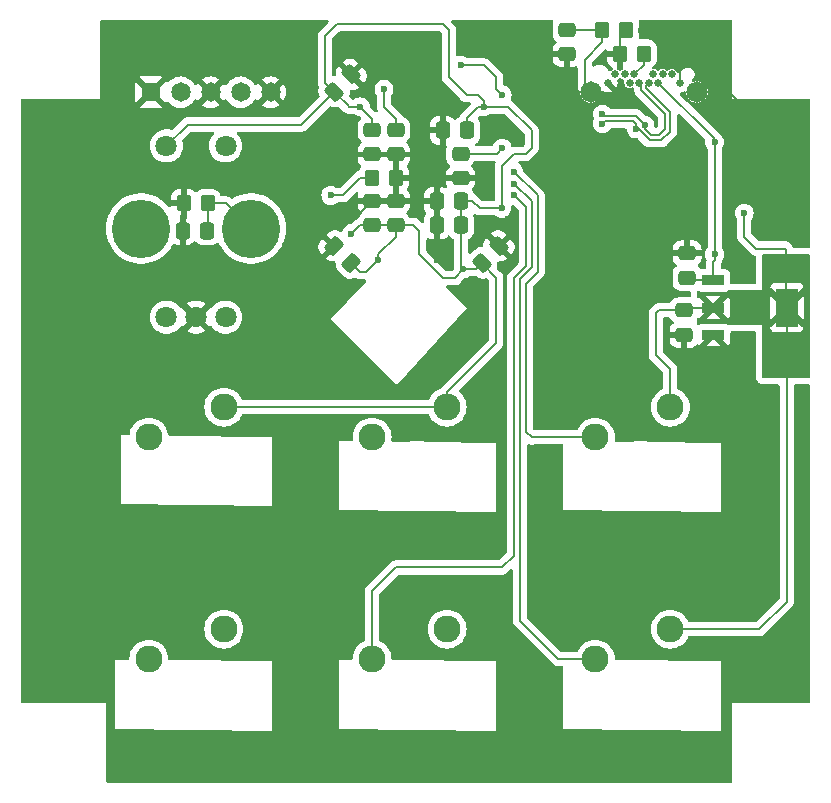
<source format=gbl>
G04 #@! TF.GenerationSoftware,KiCad,Pcbnew,8.0.8*
G04 #@! TF.CreationDate,2025-04-12T06:06:45-04:00*
G04 #@! TF.ProjectId,custom-keypad,63757374-6f6d-42d6-9b65-797061642e6b,rev?*
G04 #@! TF.SameCoordinates,Original*
G04 #@! TF.FileFunction,Copper,L2,Bot*
G04 #@! TF.FilePolarity,Positive*
%FSLAX46Y46*%
G04 Gerber Fmt 4.6, Leading zero omitted, Abs format (unit mm)*
G04 Created by KiCad (PCBNEW 8.0.8) date 2025-04-12 06:06:45*
%MOMM*%
%LPD*%
G01*
G04 APERTURE LIST*
G04 Aperture macros list*
%AMRoundRect*
0 Rectangle with rounded corners*
0 $1 Rounding radius*
0 $2 $3 $4 $5 $6 $7 $8 $9 X,Y pos of 4 corners*
0 Add a 4 corners polygon primitive as box body*
4,1,4,$2,$3,$4,$5,$6,$7,$8,$9,$2,$3,0*
0 Add four circle primitives for the rounded corners*
1,1,$1+$1,$2,$3*
1,1,$1+$1,$4,$5*
1,1,$1+$1,$6,$7*
1,1,$1+$1,$8,$9*
0 Add four rect primitives between the rounded corners*
20,1,$1+$1,$2,$3,$4,$5,0*
20,1,$1+$1,$4,$5,$6,$7,0*
20,1,$1+$1,$6,$7,$8,$9,0*
20,1,$1+$1,$8,$9,$2,$3,0*%
G04 Aperture macros list end*
G04 #@! TA.AperFunction,ComponentPad*
%ADD10C,2.286000*%
G04 #@! TD*
G04 #@! TA.AperFunction,ComponentPad*
%ADD11R,1.650000X1.650000*%
G04 #@! TD*
G04 #@! TA.AperFunction,ComponentPad*
%ADD12C,1.650000*%
G04 #@! TD*
G04 #@! TA.AperFunction,ComponentPad*
%ADD13C,1.800000*%
G04 #@! TD*
G04 #@! TA.AperFunction,ComponentPad*
%ADD14C,4.950000*%
G04 #@! TD*
G04 #@! TA.AperFunction,ComponentPad*
%ADD15C,0.650000*%
G04 #@! TD*
G04 #@! TA.AperFunction,ComponentPad*
%ADD16C,1.815000*%
G04 #@! TD*
G04 #@! TA.AperFunction,SMDPad,CuDef*
%ADD17RoundRect,0.250000X0.337500X0.475000X-0.337500X0.475000X-0.337500X-0.475000X0.337500X-0.475000X0*%
G04 #@! TD*
G04 #@! TA.AperFunction,SMDPad,CuDef*
%ADD18RoundRect,0.250000X0.097227X-0.574524X0.574524X-0.097227X-0.097227X0.574524X-0.574524X0.097227X0*%
G04 #@! TD*
G04 #@! TA.AperFunction,SMDPad,CuDef*
%ADD19RoundRect,0.250000X-0.475000X0.337500X-0.475000X-0.337500X0.475000X-0.337500X0.475000X0.337500X0*%
G04 #@! TD*
G04 #@! TA.AperFunction,SMDPad,CuDef*
%ADD20RoundRect,0.250000X-0.350000X-0.450000X0.350000X-0.450000X0.350000X0.450000X-0.350000X0.450000X0*%
G04 #@! TD*
G04 #@! TA.AperFunction,SMDPad,CuDef*
%ADD21RoundRect,0.250000X0.574524X0.097227X0.097227X0.574524X-0.574524X-0.097227X-0.097227X-0.574524X0*%
G04 #@! TD*
G04 #@! TA.AperFunction,SMDPad,CuDef*
%ADD22RoundRect,0.250000X0.475000X-0.337500X0.475000X0.337500X-0.475000X0.337500X-0.475000X-0.337500X0*%
G04 #@! TD*
G04 #@! TA.AperFunction,SMDPad,CuDef*
%ADD23R,1.850000X0.900000*%
G04 #@! TD*
G04 #@! TA.AperFunction,SMDPad,CuDef*
%ADD24R,1.850000X3.200000*%
G04 #@! TD*
G04 #@! TA.AperFunction,SMDPad,CuDef*
%ADD25RoundRect,0.250000X0.350000X0.450000X-0.350000X0.450000X-0.350000X-0.450000X0.350000X-0.450000X0*%
G04 #@! TD*
G04 #@! TA.AperFunction,ViaPad*
%ADD26C,0.600000*%
G04 #@! TD*
G04 #@! TA.AperFunction,ViaPad*
%ADD27C,6.000000*%
G04 #@! TD*
G04 #@! TA.AperFunction,Conductor*
%ADD28C,0.200000*%
G04 #@! TD*
G04 APERTURE END LIST*
D10*
X68942000Y-77724000D03*
X62592000Y-80264000D03*
X87842000Y-77724000D03*
X81492000Y-80264000D03*
D11*
X62738000Y-32258000D03*
D12*
X65278000Y-32258000D03*
X67818000Y-32258000D03*
X70358000Y-32258000D03*
X72898000Y-32258000D03*
D13*
X64088000Y-51308000D03*
X69088000Y-51308000D03*
X66588000Y-51308000D03*
X64088000Y-36808000D03*
X69088000Y-36808000D03*
D14*
X61938000Y-43808000D03*
X71238000Y-43808000D03*
D10*
X68942000Y-58928000D03*
X62592000Y-61468000D03*
X106742000Y-77724000D03*
X100392000Y-80264000D03*
D15*
X101450000Y-31450000D03*
X102100000Y-30750000D03*
X102900000Y-30750000D03*
X103300000Y-31450000D03*
X103700000Y-30750000D03*
X104100000Y-31450000D03*
X104900000Y-31450000D03*
X105300000Y-30750000D03*
X105700000Y-31450000D03*
X106100000Y-30750000D03*
X106900000Y-30750000D03*
X107550000Y-31450000D03*
D16*
X109000000Y-32250000D03*
X100000000Y-32250000D03*
D10*
X87842000Y-58928000D03*
X81492000Y-61468000D03*
X106742000Y-58928000D03*
X100392000Y-61468000D03*
D17*
X89537500Y-35500000D03*
X87462500Y-35500000D03*
D18*
X78266377Y-32233623D03*
X79733623Y-30766377D03*
D19*
X81500000Y-35462500D03*
X81500000Y-37537500D03*
D20*
X101000000Y-27000000D03*
X103000000Y-27000000D03*
D21*
X79733623Y-46733623D03*
X78266377Y-45266377D03*
D19*
X107911999Y-50732499D03*
X107911999Y-52807499D03*
D17*
X89037500Y-43500000D03*
X86962500Y-43500000D03*
D22*
X108166000Y-47981500D03*
X108166000Y-45906500D03*
D19*
X89000000Y-37462500D03*
X89000000Y-39537500D03*
D22*
X83500000Y-43537500D03*
X83500000Y-41462500D03*
D23*
X110400000Y-52800000D03*
X110400000Y-50500000D03*
X110400000Y-48200000D03*
D24*
X116600000Y-50500000D03*
D19*
X83500000Y-35462500D03*
X83500000Y-37537500D03*
D18*
X90766377Y-46733623D03*
X92233623Y-45266377D03*
D17*
X67537500Y-44000000D03*
X65462500Y-44000000D03*
D25*
X104500000Y-29000000D03*
X102500000Y-29000000D03*
D22*
X81500000Y-43537500D03*
X81500000Y-41462500D03*
D20*
X81500000Y-39500000D03*
X83500000Y-39500000D03*
D19*
X98000000Y-26962500D03*
X98000000Y-29037500D03*
D17*
X89037500Y-41500000D03*
X86962500Y-41500000D03*
D25*
X67572000Y-41656000D03*
X65572000Y-41656000D03*
D26*
X81500000Y-32000000D03*
X113500000Y-38000000D03*
D27*
X54944022Y-60196685D03*
D26*
X96000000Y-29500000D03*
X109500000Y-44000000D03*
X101000000Y-29500000D03*
X93000000Y-43000000D03*
X87000000Y-46500000D03*
X93000000Y-47000000D03*
X87500000Y-55000000D03*
X94500000Y-30000000D03*
X93500000Y-36000000D03*
X87500000Y-32000000D03*
X78000000Y-43000000D03*
X79750000Y-44250000D03*
X80500000Y-33500000D03*
X89233623Y-47233623D03*
X92482802Y-42095000D03*
X82000000Y-46500000D03*
X113000000Y-42500000D03*
X91000000Y-33500000D03*
X92500000Y-37000000D03*
X82500000Y-32000000D03*
X89000000Y-30000000D03*
X110500000Y-36500000D03*
X110500000Y-46000000D03*
X92500000Y-32500000D03*
X78000000Y-41000000D03*
X104600000Y-35065687D03*
X101000000Y-34125000D03*
X103862637Y-35376010D03*
X101000000Y-34925003D03*
X93500000Y-41000000D03*
X93500000Y-40000000D03*
X93500000Y-39000000D03*
D28*
X109575000Y-30075000D02*
X113500000Y-34000000D01*
X107847000Y-30075000D02*
X109575000Y-30075000D01*
X107550000Y-30372000D02*
X107847000Y-30075000D01*
X113500000Y-34000000D02*
X113500000Y-38000000D01*
X107550000Y-31450000D02*
X107550000Y-30372000D01*
X93000000Y-44500000D02*
X93000000Y-43000000D01*
X80462500Y-42500000D02*
X81500000Y-41462500D01*
X84962500Y-37537500D02*
X85500000Y-37000000D01*
X86962500Y-41500000D02*
X86962500Y-40537500D01*
X71156000Y-34000000D02*
X72898000Y-32258000D01*
X81500000Y-37537500D02*
X83500000Y-37537500D01*
X86962500Y-43500000D02*
X86962500Y-46462500D01*
X85500000Y-36500000D02*
X86500000Y-35500000D01*
X80967246Y-32000000D02*
X81500000Y-32000000D01*
X102500000Y-29000000D02*
X102500000Y-27500000D01*
X83500000Y-39500000D02*
X83500000Y-41462500D01*
X69560000Y-34000000D02*
X71156000Y-34000000D01*
X78000000Y-43500000D02*
X77500000Y-44000000D01*
X86962500Y-43500000D02*
X86962500Y-41500000D01*
X98000000Y-29037500D02*
X96462500Y-29037500D01*
X86962500Y-40537500D02*
X87962500Y-39537500D01*
X92233623Y-45266377D02*
X93000000Y-44500000D01*
X96462500Y-29037500D02*
X96000000Y-29500000D01*
X77500000Y-44000000D02*
X77500000Y-44500000D01*
X78000000Y-43000000D02*
X78500000Y-42500000D01*
X78000000Y-43000000D02*
X78000000Y-43500000D01*
X83500000Y-41462500D02*
X86925000Y-41462500D01*
X77500000Y-44500000D02*
X78266377Y-45266377D01*
X83500000Y-37537500D02*
X83500000Y-39500000D01*
X78500000Y-42500000D02*
X80462500Y-42500000D01*
X83500000Y-37537500D02*
X84962500Y-37537500D01*
X83500000Y-41462500D02*
X81500000Y-41462500D01*
X85500000Y-37000000D02*
X85500000Y-36500000D01*
X87462500Y-35500000D02*
X87462500Y-32037500D01*
X67818000Y-32258000D02*
X69560000Y-34000000D01*
X86962500Y-46462500D02*
X87000000Y-46500000D01*
X65804500Y-41888500D02*
X65572000Y-41656000D01*
X65572000Y-43890500D02*
X65462500Y-44000000D01*
X93000000Y-46032754D02*
X93000000Y-47000000D01*
X102500000Y-27500000D02*
X103000000Y-27000000D01*
X87462500Y-32037500D02*
X87500000Y-32000000D01*
X110392500Y-52807500D02*
X110400000Y-52800000D01*
X65572000Y-41656000D02*
X65572000Y-43890500D01*
X87962500Y-39537500D02*
X89000000Y-39537500D01*
X92233623Y-45266377D02*
X93000000Y-46032754D01*
X86925000Y-41462500D02*
X86962500Y-41500000D01*
X79733623Y-30766377D02*
X80967246Y-32000000D01*
X86500000Y-35500000D02*
X87462500Y-35500000D01*
X89233623Y-47233623D02*
X89037500Y-47037500D01*
X82000000Y-46000000D02*
X82000000Y-46500000D01*
X116500000Y-45500000D02*
X116500000Y-50400000D01*
X77500000Y-27500000D02*
X77500000Y-31467246D01*
X106742000Y-55742000D02*
X106742000Y-58928000D01*
X83500000Y-44500000D02*
X82000000Y-46000000D01*
X88000000Y-31000000D02*
X88000000Y-27000000D01*
X92482802Y-42095000D02*
X90595000Y-42095000D01*
X83500000Y-43537500D02*
X84962500Y-43537500D01*
X114000000Y-45500000D02*
X116500000Y-45500000D01*
X108144498Y-50500000D02*
X107911999Y-50732499D01*
X116600000Y-50500000D02*
X116600000Y-75400000D01*
X78266377Y-32233623D02*
X75500000Y-35000000D01*
X105500000Y-54500000D02*
X106742000Y-55742000D01*
X92000000Y-53500000D02*
X87842000Y-57658000D01*
X81500000Y-43537500D02*
X80462500Y-43537500D01*
X89537500Y-34462500D02*
X90500000Y-33500000D01*
X81000000Y-47500000D02*
X82000000Y-46500000D01*
X113000000Y-42500000D02*
X113000000Y-44500000D01*
X92000000Y-47967246D02*
X92000000Y-53500000D01*
X88500000Y-48000000D02*
X88500000Y-47967246D01*
X81500000Y-34500000D02*
X80500000Y-33500000D01*
X80500000Y-47500000D02*
X81000000Y-47500000D01*
X77500000Y-31467246D02*
X78266377Y-32233623D01*
X89537500Y-35500000D02*
X89537500Y-34462500D01*
X81500000Y-43537500D02*
X83500000Y-43537500D01*
X88000000Y-27000000D02*
X87500000Y-26500000D01*
X90595000Y-42095000D02*
X89962500Y-41462500D01*
X85500000Y-46000000D02*
X87500000Y-48000000D01*
X92500000Y-42077802D02*
X92500000Y-38500000D01*
X116500000Y-50400000D02*
X116600000Y-50500000D01*
X94500000Y-37500000D02*
X95000000Y-37000000D01*
X87842000Y-57658000D02*
X87842000Y-58928000D01*
X92482802Y-42095000D02*
X92500000Y-42077802D01*
X79500000Y-33467246D02*
X78266377Y-32233623D01*
X78500000Y-26500000D02*
X77500000Y-27500000D01*
X87500000Y-48000000D02*
X88500000Y-48000000D01*
X93500000Y-37500000D02*
X94500000Y-37500000D01*
X116600000Y-75400000D02*
X114276000Y-77724000D01*
X113000000Y-44500000D02*
X114000000Y-45500000D01*
X89962500Y-41462500D02*
X89000000Y-41462500D01*
X65896000Y-35000000D02*
X64088000Y-36808000D01*
X75500000Y-35000000D02*
X65896000Y-35000000D01*
X105500000Y-51000000D02*
X105500000Y-54500000D01*
X89037500Y-47037500D02*
X89037500Y-43500000D01*
X79500000Y-33500000D02*
X79500000Y-33467246D01*
X90500000Y-33500000D02*
X91000000Y-33500000D01*
X90266377Y-47233623D02*
X90766377Y-46733623D01*
X114276000Y-77724000D02*
X106742000Y-77724000D01*
X89037500Y-41500000D02*
X89037500Y-43500000D01*
X88500000Y-47967246D02*
X89233623Y-47233623D01*
X81500000Y-35462500D02*
X81500000Y-34500000D01*
X93000000Y-33500000D02*
X91000000Y-33500000D01*
X84962500Y-43537500D02*
X85000000Y-43500000D01*
X85000000Y-43500000D02*
X85500000Y-44000000D01*
X91000000Y-33000000D02*
X90500000Y-32500000D01*
X85500000Y-44000000D02*
X85500000Y-46000000D01*
X110400000Y-50500000D02*
X108144498Y-50500000D01*
X90766377Y-46733623D02*
X92000000Y-47967246D01*
X89233623Y-47233623D02*
X90266377Y-47233623D01*
X90500000Y-32500000D02*
X89500000Y-32500000D01*
X91000000Y-33500000D02*
X91000000Y-33000000D01*
X87842000Y-58928000D02*
X68942000Y-58928000D01*
X83500000Y-43537500D02*
X83500000Y-44500000D01*
X107911999Y-50732499D02*
X105767501Y-50732499D01*
X87500000Y-26500000D02*
X78500000Y-26500000D01*
X92500000Y-38500000D02*
X93500000Y-37500000D01*
X79733623Y-46733623D02*
X80500000Y-47500000D01*
X89500000Y-32500000D02*
X88000000Y-31000000D01*
X80462500Y-43537500D02*
X79750000Y-44250000D01*
X95000000Y-35500000D02*
X93000000Y-33500000D01*
X105767501Y-50732499D02*
X105500000Y-51000000D01*
X95000000Y-37000000D02*
X95000000Y-35500000D01*
X80500000Y-33500000D02*
X79500000Y-33500000D01*
X89000000Y-37462500D02*
X92037500Y-37462500D01*
X92037500Y-37462500D02*
X92500000Y-37000000D01*
X82500000Y-33500000D02*
X82500000Y-32000000D01*
X83537500Y-35500000D02*
X83537500Y-34537500D01*
X83537500Y-34537500D02*
X82500000Y-33500000D01*
X92000000Y-32000000D02*
X92000000Y-31000000D01*
X110500000Y-46500000D02*
X110400000Y-46600000D01*
X110500000Y-36250000D02*
X105700000Y-31450000D01*
X92000000Y-31000000D02*
X91000000Y-30000000D01*
X92500000Y-32500000D02*
X92000000Y-32000000D01*
X108384500Y-48200000D02*
X108166000Y-47981500D01*
X110500000Y-36500000D02*
X110500000Y-36250000D01*
X110400000Y-46600000D02*
X110400000Y-48200000D01*
X91000000Y-30000000D02*
X89000000Y-30000000D01*
X110181501Y-47981499D02*
X110400000Y-48200000D01*
X110500000Y-46000000D02*
X110500000Y-46500000D01*
X110500000Y-46000000D02*
X110500000Y-36500000D01*
X110400000Y-48200000D02*
X108384500Y-48200000D01*
X100000000Y-32250000D02*
X99500000Y-31750000D01*
X100962500Y-26962500D02*
X101000000Y-27000000D01*
X101000000Y-28000000D02*
X101000000Y-27000000D01*
X98000000Y-26962500D02*
X100962500Y-26962500D01*
X99500000Y-31750000D02*
X99500000Y-29500000D01*
X99500000Y-29500000D02*
X101000000Y-28000000D01*
X80500000Y-39500000D02*
X79000000Y-41000000D01*
X79000000Y-41000000D02*
X78000000Y-41000000D01*
X81500000Y-39500000D02*
X80500000Y-39500000D01*
X104600000Y-35352514D02*
X105127708Y-35880222D01*
X101150000Y-34275000D02*
X103809313Y-34275000D01*
X105127708Y-35880222D02*
X105801578Y-35880222D01*
X106275000Y-35406800D02*
X106275000Y-34093200D01*
X106275000Y-34093200D02*
X104274999Y-32093199D01*
X104274999Y-32093199D02*
X104274999Y-31624999D01*
X103809313Y-34275000D02*
X104600000Y-35065687D01*
X101000000Y-34125000D02*
X101150000Y-34275000D01*
X105801578Y-35880222D02*
X106275000Y-35406800D01*
X104274999Y-31624999D02*
X104100000Y-31450000D01*
X104600000Y-35065687D02*
X104600000Y-35352514D01*
X106725000Y-35593200D02*
X106725000Y-33906800D01*
X106725000Y-33906800D02*
X104725001Y-31906801D01*
X101200003Y-34725000D02*
X103622916Y-34725000D01*
X104900000Y-31613603D02*
X104900000Y-31500000D01*
X104900000Y-31500000D02*
X104900000Y-31450000D01*
X101000000Y-34925003D02*
X101200003Y-34725000D01*
X103862637Y-34964721D02*
X103862637Y-35376010D01*
X103862637Y-35376010D02*
X104057810Y-35376010D01*
X105012022Y-36330222D02*
X105987978Y-36330222D01*
X104725001Y-31624999D02*
X104900000Y-31450000D01*
X103622916Y-34725000D02*
X103862637Y-34964721D01*
X105987978Y-36330222D02*
X106725000Y-35593200D01*
X104725001Y-31906801D02*
X104725001Y-31624999D01*
X104057810Y-35376010D02*
X105012022Y-36330222D01*
X67572000Y-41656000D02*
X69086000Y-41656000D01*
X67572000Y-41656000D02*
X67572000Y-43965500D01*
X69086000Y-41656000D02*
X71238000Y-43808000D01*
X67572000Y-43965500D02*
X67537500Y-44000000D01*
X104500000Y-29950000D02*
X103700000Y-30750000D01*
X104500000Y-29000000D02*
X104500000Y-29950000D01*
X93500000Y-48000000D02*
X93500000Y-71500000D01*
X93500000Y-71500000D02*
X92500000Y-72500000D01*
X94500000Y-47000000D02*
X93500000Y-48000000D01*
X81492000Y-74508000D02*
X81492000Y-80264000D01*
X83500000Y-72500000D02*
X81492000Y-74508000D01*
X92500000Y-72500000D02*
X83500000Y-72500000D01*
X94500000Y-42000000D02*
X94500000Y-47000000D01*
X93500000Y-41000000D02*
X94500000Y-42000000D01*
X93500000Y-40000000D02*
X95000000Y-41500000D01*
X95000000Y-47065686D02*
X94000000Y-48065686D01*
X95000000Y-41500000D02*
X95000000Y-47065686D01*
X97264000Y-80264000D02*
X100392000Y-80264000D01*
X94000000Y-48065686D02*
X94000000Y-77000000D01*
X94000000Y-77000000D02*
X97264000Y-80264000D01*
X95032000Y-61468000D02*
X100392000Y-61468000D01*
X95500000Y-41000000D02*
X95500000Y-47500000D01*
X94500000Y-61000000D02*
X95000000Y-61500000D01*
X95500000Y-47500000D02*
X94500000Y-48500000D01*
X95000000Y-61500000D02*
X95032000Y-61468000D01*
X93500000Y-39000000D02*
X95500000Y-41000000D01*
X94500000Y-48500000D02*
X94500000Y-61000000D01*
G04 #@! TA.AperFunction,Conductor*
G36*
X118533189Y-46019685D02*
G01*
X118578944Y-46072489D01*
X118590150Y-46124000D01*
X118590150Y-56376000D01*
X118570465Y-56443039D01*
X118517661Y-56488794D01*
X118466150Y-56500000D01*
X116000000Y-56500000D01*
X114624000Y-56500000D01*
X114556961Y-56480315D01*
X114511206Y-56427511D01*
X114500000Y-56376000D01*
X114500000Y-52189477D01*
X115179476Y-52189477D01*
X115181401Y-52207374D01*
X115231645Y-52342086D01*
X115231649Y-52342093D01*
X115317809Y-52457187D01*
X115317812Y-52457190D01*
X115432906Y-52543350D01*
X115432913Y-52543354D01*
X115567620Y-52593596D01*
X115567627Y-52593598D01*
X115627155Y-52599999D01*
X115627172Y-52600000D01*
X117572828Y-52600000D01*
X117572844Y-52599999D01*
X117632372Y-52593598D01*
X117632379Y-52593596D01*
X117767086Y-52543354D01*
X117767093Y-52543350D01*
X117882187Y-52457190D01*
X117882190Y-52457187D01*
X117968350Y-52342093D01*
X117968354Y-52342086D01*
X118018598Y-52207376D01*
X118020522Y-52189477D01*
X117994082Y-52176828D01*
X117934885Y-52172592D01*
X117890541Y-52144093D01*
X116600000Y-50853552D01*
X115309457Y-52144094D01*
X115248134Y-52177579D01*
X115210038Y-52174854D01*
X115179476Y-52189477D01*
X114500000Y-52189477D01*
X114500000Y-52000000D01*
X111733897Y-52000000D01*
X111666858Y-51980315D01*
X111659596Y-51975273D01*
X111567331Y-51906204D01*
X111567328Y-51906202D01*
X111432482Y-51855908D01*
X111432483Y-51855908D01*
X111372883Y-51849501D01*
X111372881Y-51849500D01*
X111372873Y-51849500D01*
X111372864Y-51849500D01*
X109427129Y-51849500D01*
X109427123Y-51849501D01*
X109367516Y-51855908D01*
X109232671Y-51906202D01*
X109232669Y-51906204D01*
X109182311Y-51943902D01*
X109116847Y-51968319D01*
X109048574Y-51953468D01*
X108999168Y-51904062D01*
X108984000Y-51844635D01*
X108984000Y-51571448D01*
X115175000Y-51571448D01*
X116246447Y-50500000D01*
X116246447Y-50499999D01*
X116246446Y-50499998D01*
X116953551Y-50499998D01*
X116953551Y-50500000D01*
X118024999Y-51571448D01*
X118025000Y-51571447D01*
X118025000Y-49428551D01*
X118024999Y-49428550D01*
X116953551Y-50499998D01*
X116246446Y-50499998D01*
X115175000Y-49428551D01*
X115175000Y-51571448D01*
X108984000Y-51571448D01*
X108984000Y-51454739D01*
X108985392Y-51449999D01*
X109803551Y-51449999D01*
X109803552Y-51450000D01*
X110996448Y-51450000D01*
X110996448Y-51449999D01*
X110400000Y-50853552D01*
X109803551Y-51449999D01*
X108985392Y-51449999D01*
X109003685Y-51387700D01*
X109056489Y-51341945D01*
X109125647Y-51332001D01*
X109182312Y-51355473D01*
X109187266Y-51359181D01*
X110046448Y-50500000D01*
X110046448Y-50499999D01*
X110753551Y-50499999D01*
X111612733Y-51359182D01*
X111682189Y-51307188D01*
X111768352Y-51192088D01*
X111768354Y-51192086D01*
X111818596Y-51057379D01*
X111818598Y-51057372D01*
X111824999Y-50997844D01*
X111825000Y-50997827D01*
X111825000Y-50002172D01*
X111824999Y-50002155D01*
X111818598Y-49942627D01*
X111818596Y-49942620D01*
X111768354Y-49807913D01*
X111768350Y-49807906D01*
X111682191Y-49692814D01*
X111682182Y-49692805D01*
X111612734Y-49640815D01*
X111612734Y-49640816D01*
X110753551Y-50499999D01*
X110046448Y-50499999D01*
X109187266Y-49640817D01*
X109187263Y-49640816D01*
X109182310Y-49644525D01*
X109116845Y-49668942D01*
X109048573Y-49654090D01*
X108999167Y-49604684D01*
X108985210Y-49550000D01*
X109803551Y-49550000D01*
X110399998Y-50146447D01*
X110399999Y-50146447D01*
X110996447Y-49550000D01*
X109803551Y-49550000D01*
X108985210Y-49550000D01*
X108984000Y-49545258D01*
X108984000Y-49155364D01*
X109003685Y-49088325D01*
X109056489Y-49042570D01*
X109125647Y-49032626D01*
X109182309Y-49056097D01*
X109225361Y-49088325D01*
X109232668Y-49093795D01*
X109232671Y-49093797D01*
X109367517Y-49144091D01*
X109367516Y-49144091D01*
X109374444Y-49144835D01*
X109427127Y-49150500D01*
X111372872Y-49150499D01*
X111432483Y-49144091D01*
X111567331Y-49093796D01*
X111659586Y-49024733D01*
X111725050Y-49000316D01*
X111733897Y-49000000D01*
X114500000Y-49000000D01*
X114500000Y-48810523D01*
X115179476Y-48810523D01*
X115205909Y-48823170D01*
X115265109Y-48827404D01*
X115309456Y-48855905D01*
X116599998Y-50146447D01*
X117890541Y-48855905D01*
X117951864Y-48822420D01*
X117989959Y-48825144D01*
X118020522Y-48810522D01*
X118018598Y-48792623D01*
X117968354Y-48657913D01*
X117968350Y-48657906D01*
X117882190Y-48542812D01*
X117882187Y-48542809D01*
X117767093Y-48456649D01*
X117767086Y-48456645D01*
X117632379Y-48406403D01*
X117632372Y-48406401D01*
X117572844Y-48400000D01*
X115627155Y-48400000D01*
X115567627Y-48406401D01*
X115567620Y-48406403D01*
X115432913Y-48456645D01*
X115432906Y-48456649D01*
X115317812Y-48542809D01*
X115317809Y-48542812D01*
X115231649Y-48657906D01*
X115231645Y-48657913D01*
X115181401Y-48792625D01*
X115179476Y-48810523D01*
X114500000Y-48810523D01*
X114500000Y-46124000D01*
X114519685Y-46056961D01*
X114572489Y-46011206D01*
X114624000Y-46000000D01*
X118466150Y-46000000D01*
X118533189Y-46019685D01*
G37*
G04 #@! TD.AperFunction*
G04 #@! TA.AperFunction,Conductor*
G36*
X77763941Y-26174185D02*
G01*
X77809696Y-26226989D01*
X77819640Y-26296147D01*
X77790615Y-26359703D01*
X77784583Y-26366181D01*
X77019481Y-27131282D01*
X77019475Y-27131290D01*
X76983107Y-27194283D01*
X76983107Y-27194285D01*
X76940423Y-27268214D01*
X76940423Y-27268215D01*
X76899499Y-27420943D01*
X76899499Y-27420945D01*
X76899499Y-27589046D01*
X76899500Y-27589059D01*
X76899500Y-31380576D01*
X76899499Y-31380594D01*
X76899499Y-31546300D01*
X76899498Y-31546300D01*
X76905983Y-31570500D01*
X76940423Y-31699031D01*
X76940424Y-31699032D01*
X76955115Y-31724480D01*
X76955118Y-31724483D01*
X76977186Y-31762706D01*
X76993659Y-31830606D01*
X76983130Y-31870758D01*
X76984282Y-31871178D01*
X76981812Y-31877963D01*
X76941353Y-32048667D01*
X76941352Y-32048678D01*
X76941352Y-32224113D01*
X76941353Y-32224124D01*
X76981811Y-32394825D01*
X76981812Y-32394828D01*
X76981813Y-32394829D01*
X77029132Y-32489050D01*
X77033271Y-32497290D01*
X77045767Y-32566033D01*
X77019114Y-32630620D01*
X77010141Y-32640622D01*
X75287584Y-34363181D01*
X75226261Y-34396666D01*
X75199903Y-34399500D01*
X65816943Y-34399500D01*
X65664213Y-34440423D01*
X65621323Y-34465187D01*
X65621322Y-34465187D01*
X65527287Y-34519477D01*
X65527282Y-34519481D01*
X65415478Y-34631286D01*
X64612840Y-35433923D01*
X64551517Y-35467408D01*
X64484898Y-35463524D01*
X64432981Y-35445702D01*
X64284608Y-35420943D01*
X64204049Y-35407500D01*
X63971951Y-35407500D01*
X63926164Y-35415140D01*
X63743015Y-35445702D01*
X63523504Y-35521061D01*
X63523495Y-35521064D01*
X63319371Y-35631531D01*
X63319365Y-35631535D01*
X63136222Y-35774081D01*
X63136219Y-35774084D01*
X62979016Y-35944852D01*
X62852075Y-36139151D01*
X62758842Y-36351699D01*
X62701866Y-36576691D01*
X62701864Y-36576702D01*
X62682700Y-36807993D01*
X62682700Y-36808006D01*
X62701864Y-37039297D01*
X62701866Y-37039308D01*
X62758842Y-37264300D01*
X62852075Y-37476848D01*
X62979016Y-37671147D01*
X62979019Y-37671151D01*
X62979021Y-37671153D01*
X63136216Y-37841913D01*
X63136219Y-37841915D01*
X63136222Y-37841918D01*
X63319365Y-37984464D01*
X63319371Y-37984468D01*
X63319374Y-37984470D01*
X63523497Y-38094936D01*
X63629375Y-38131284D01*
X63743015Y-38170297D01*
X63743017Y-38170297D01*
X63743019Y-38170298D01*
X63971951Y-38208500D01*
X63971952Y-38208500D01*
X64204048Y-38208500D01*
X64204049Y-38208500D01*
X64432981Y-38170298D01*
X64652503Y-38094936D01*
X64856626Y-37984470D01*
X64861703Y-37980519D01*
X65014428Y-37861648D01*
X65039784Y-37841913D01*
X65196979Y-37671153D01*
X65323924Y-37476849D01*
X65417157Y-37264300D01*
X65474134Y-37039305D01*
X65474135Y-37039297D01*
X65493300Y-36808006D01*
X65493300Y-36807993D01*
X65474135Y-36576702D01*
X65474131Y-36576682D01*
X65429680Y-36401151D01*
X65432304Y-36331331D01*
X65462202Y-36283031D01*
X66108416Y-35636819D01*
X66169739Y-35603334D01*
X66196097Y-35600500D01*
X68013323Y-35600500D01*
X68080362Y-35620185D01*
X68126117Y-35672989D01*
X68136061Y-35742147D01*
X68107036Y-35805703D01*
X68104573Y-35808460D01*
X68089357Y-35824990D01*
X67979016Y-35944852D01*
X67852075Y-36139151D01*
X67758842Y-36351699D01*
X67701866Y-36576691D01*
X67701864Y-36576702D01*
X67682700Y-36807993D01*
X67682700Y-36808006D01*
X67701864Y-37039297D01*
X67701866Y-37039308D01*
X67758842Y-37264300D01*
X67852075Y-37476848D01*
X67979016Y-37671147D01*
X67979019Y-37671151D01*
X67979021Y-37671153D01*
X68136216Y-37841913D01*
X68136219Y-37841915D01*
X68136222Y-37841918D01*
X68319365Y-37984464D01*
X68319371Y-37984468D01*
X68319374Y-37984470D01*
X68523497Y-38094936D01*
X68629375Y-38131284D01*
X68743015Y-38170297D01*
X68743017Y-38170297D01*
X68743019Y-38170298D01*
X68971951Y-38208500D01*
X68971952Y-38208500D01*
X69204048Y-38208500D01*
X69204049Y-38208500D01*
X69432981Y-38170298D01*
X69652503Y-38094936D01*
X69856626Y-37984470D01*
X69861703Y-37980519D01*
X70014428Y-37861648D01*
X70039784Y-37841913D01*
X70196979Y-37671153D01*
X70323924Y-37476849D01*
X70417157Y-37264300D01*
X70474134Y-37039305D01*
X70474135Y-37039297D01*
X70493300Y-36808006D01*
X70493300Y-36807993D01*
X70474135Y-36576702D01*
X70474133Y-36576691D01*
X70417157Y-36351699D01*
X70323924Y-36139151D01*
X70196983Y-35944852D01*
X70196980Y-35944849D01*
X70196979Y-35944847D01*
X70071446Y-35808481D01*
X70040525Y-35745828D01*
X70048385Y-35676402D01*
X70092533Y-35622247D01*
X70158950Y-35600556D01*
X70162677Y-35600500D01*
X75413331Y-35600500D01*
X75413347Y-35600501D01*
X75420943Y-35600501D01*
X75579054Y-35600501D01*
X75579057Y-35600501D01*
X75731785Y-35559577D01*
X75790801Y-35525504D01*
X75790802Y-35525504D01*
X75868709Y-35480524D01*
X75868708Y-35480524D01*
X75868716Y-35480520D01*
X75980520Y-35368716D01*
X75980520Y-35368714D01*
X75990724Y-35358511D01*
X75990728Y-35358506D01*
X77859378Y-33489855D01*
X77920699Y-33456372D01*
X77990391Y-33461356D01*
X78002695Y-33466722D01*
X78085520Y-33508318D01*
X78105173Y-33518188D01*
X78247239Y-33551859D01*
X78275883Y-33558648D01*
X78275886Y-33558648D01*
X78451322Y-33558648D01*
X78451325Y-33558648D01*
X78451328Y-33558647D01*
X78451330Y-33558647D01*
X78492030Y-33549000D01*
X78619100Y-33518883D01*
X78688871Y-33522576D01*
X78735378Y-33551859D01*
X78963192Y-33779673D01*
X78982895Y-33805349D01*
X79019480Y-33868716D01*
X79131284Y-33980520D01*
X79131286Y-33980521D01*
X79131290Y-33980524D01*
X79268209Y-34059573D01*
X79268216Y-34059577D01*
X79420943Y-34100500D01*
X79917588Y-34100500D01*
X79984627Y-34120185D01*
X79994903Y-34127555D01*
X79997736Y-34129814D01*
X79997738Y-34129816D01*
X80150478Y-34225789D01*
X80320745Y-34285368D01*
X80407669Y-34295161D01*
X80472080Y-34322226D01*
X80481465Y-34330700D01*
X80532017Y-34381252D01*
X80565502Y-34442575D01*
X80560518Y-34512267D01*
X80532018Y-34556614D01*
X80432287Y-34656345D01*
X80340187Y-34805663D01*
X80340186Y-34805666D01*
X80285001Y-34972203D01*
X80285001Y-34972204D01*
X80285000Y-34972204D01*
X80274500Y-35074983D01*
X80274500Y-35850001D01*
X80274501Y-35850019D01*
X80285000Y-35952796D01*
X80285001Y-35952799D01*
X80308932Y-36025016D01*
X80340186Y-36119334D01*
X80432288Y-36268656D01*
X80556344Y-36392712D01*
X80559628Y-36394737D01*
X80559653Y-36394753D01*
X80561445Y-36396746D01*
X80562011Y-36397193D01*
X80561934Y-36397289D01*
X80606379Y-36446699D01*
X80617603Y-36515661D01*
X80589761Y-36579744D01*
X80559665Y-36605826D01*
X80556660Y-36607679D01*
X80556655Y-36607683D01*
X80432684Y-36731654D01*
X80340643Y-36880875D01*
X80340641Y-36880880D01*
X80285494Y-37047302D01*
X80285493Y-37047309D01*
X80275000Y-37150013D01*
X80275000Y-37287500D01*
X84724999Y-37287500D01*
X84724999Y-37150028D01*
X84724998Y-37150013D01*
X84714505Y-37047302D01*
X84659358Y-36880880D01*
X84659356Y-36880875D01*
X84567315Y-36731654D01*
X84443344Y-36607683D01*
X84443341Y-36607681D01*
X84440339Y-36605829D01*
X84438713Y-36604021D01*
X84437677Y-36603202D01*
X84437817Y-36603024D01*
X84393617Y-36553880D01*
X84382397Y-36484917D01*
X84410243Y-36420836D01*
X84440344Y-36394754D01*
X84443656Y-36392712D01*
X84567712Y-36268656D01*
X84659814Y-36119334D01*
X84691078Y-36024986D01*
X86375001Y-36024986D01*
X86385494Y-36127697D01*
X86440641Y-36294119D01*
X86440643Y-36294124D01*
X86532684Y-36443345D01*
X86656654Y-36567315D01*
X86805875Y-36659356D01*
X86805880Y-36659358D01*
X86972302Y-36714505D01*
X86972309Y-36714506D01*
X87075019Y-36724999D01*
X87212499Y-36724999D01*
X87212500Y-36724998D01*
X87212500Y-35750000D01*
X86375001Y-35750000D01*
X86375001Y-36024986D01*
X84691078Y-36024986D01*
X84714999Y-35952797D01*
X84725500Y-35850009D01*
X84725499Y-35074992D01*
X84724548Y-35065687D01*
X84715286Y-34975013D01*
X86375000Y-34975013D01*
X86375000Y-35250000D01*
X87212500Y-35250000D01*
X87212500Y-34275000D01*
X87075027Y-34275000D01*
X87075012Y-34275001D01*
X86972302Y-34285494D01*
X86805880Y-34340641D01*
X86805875Y-34340643D01*
X86656654Y-34432684D01*
X86532684Y-34556654D01*
X86440643Y-34705875D01*
X86440641Y-34705880D01*
X86385494Y-34872302D01*
X86385493Y-34872309D01*
X86375000Y-34975013D01*
X84715286Y-34975013D01*
X84714999Y-34972203D01*
X84714998Y-34972200D01*
X84681861Y-34872200D01*
X84659814Y-34805666D01*
X84567712Y-34656344D01*
X84443656Y-34532288D01*
X84334867Y-34465187D01*
X84294336Y-34440187D01*
X84294335Y-34440186D01*
X84294334Y-34440186D01*
X84240252Y-34422265D01*
X84180863Y-34402585D01*
X84123418Y-34362812D01*
X84100094Y-34316974D01*
X84097078Y-34305720D01*
X84097077Y-34305716D01*
X84096238Y-34304262D01*
X84018024Y-34168790D01*
X84018018Y-34168782D01*
X83136819Y-33287583D01*
X83103334Y-33226260D01*
X83100500Y-33199902D01*
X83100500Y-32582412D01*
X83120185Y-32515373D01*
X83127555Y-32505097D01*
X83129810Y-32502267D01*
X83129816Y-32502262D01*
X83225789Y-32349522D01*
X83285368Y-32179255D01*
X83286459Y-32169573D01*
X83305565Y-32000003D01*
X83305565Y-31999996D01*
X83285369Y-31820750D01*
X83285368Y-31820745D01*
X83281778Y-31810486D01*
X83225789Y-31650478D01*
X83129816Y-31497738D01*
X83002262Y-31370184D01*
X82948987Y-31336709D01*
X82849523Y-31274211D01*
X82679254Y-31214631D01*
X82679249Y-31214630D01*
X82500004Y-31194435D01*
X82499996Y-31194435D01*
X82320750Y-31214630D01*
X82320745Y-31214631D01*
X82150476Y-31274211D01*
X81997737Y-31370184D01*
X81870184Y-31497737D01*
X81774211Y-31650476D01*
X81714631Y-31820745D01*
X81714630Y-31820750D01*
X81694435Y-31999996D01*
X81694435Y-32000003D01*
X81714630Y-32179249D01*
X81714631Y-32179254D01*
X81774211Y-32349523D01*
X81819234Y-32421176D01*
X81868760Y-32499996D01*
X81870185Y-32502263D01*
X81872445Y-32505097D01*
X81873334Y-32507275D01*
X81873889Y-32508158D01*
X81873734Y-32508255D01*
X81898855Y-32569783D01*
X81899500Y-32582412D01*
X81899500Y-33413330D01*
X81899499Y-33413348D01*
X81899499Y-33579054D01*
X81899498Y-33579054D01*
X81902046Y-33588563D01*
X81940423Y-33731785D01*
X81960441Y-33766456D01*
X81976914Y-33834356D01*
X81954062Y-33900384D01*
X81899141Y-33943574D01*
X81829587Y-33950216D01*
X81767485Y-33918200D01*
X81765401Y-33916166D01*
X81330699Y-33481464D01*
X81297215Y-33420142D01*
X81295163Y-33407686D01*
X81285368Y-33320745D01*
X81225789Y-33150478D01*
X81129816Y-32997738D01*
X81002262Y-32870184D01*
X80966398Y-32847649D01*
X80849523Y-32774211D01*
X80679254Y-32714631D01*
X80679249Y-32714630D01*
X80500004Y-32694435D01*
X80499996Y-32694435D01*
X80320750Y-32714630D01*
X80320745Y-32714631D01*
X80150476Y-32774211D01*
X79997736Y-32870185D01*
X79994903Y-32872445D01*
X79992724Y-32873334D01*
X79991842Y-32873889D01*
X79991744Y-32873734D01*
X79930217Y-32898855D01*
X79917588Y-32899500D01*
X79832851Y-32899500D01*
X79765812Y-32879815D01*
X79745170Y-32863181D01*
X79584613Y-32702624D01*
X79551128Y-32641301D01*
X79551636Y-32586347D01*
X79585869Y-32441915D01*
X79591401Y-32418576D01*
X79591402Y-32418567D01*
X79591402Y-32243132D01*
X79591401Y-32243126D01*
X79591136Y-32242009D01*
X79590505Y-32239344D01*
X79590646Y-32236669D01*
X79590563Y-32235954D01*
X79590685Y-32235939D01*
X79594197Y-32169573D01*
X79635025Y-32112873D01*
X79700025Y-32087247D01*
X79739765Y-32090090D01*
X79743190Y-32090902D01*
X79918510Y-32090902D01*
X80089114Y-32050467D01*
X80245790Y-31971782D01*
X80325828Y-31906581D01*
X80325835Y-31906575D01*
X80423052Y-31809358D01*
X79556846Y-30943154D01*
X79380067Y-30766375D01*
X80087176Y-30766375D01*
X80087176Y-30766376D01*
X80776603Y-31455805D01*
X80776604Y-31455805D01*
X80873813Y-31358596D01*
X80873822Y-31358586D01*
X80939023Y-31278549D01*
X80939032Y-31278536D01*
X81017713Y-31121868D01*
X81058148Y-30951264D01*
X81058148Y-30775943D01*
X81017713Y-30605339D01*
X80939032Y-30448672D01*
X80939027Y-30448665D01*
X80873825Y-30368623D01*
X80873811Y-30368608D01*
X80679377Y-30174175D01*
X80679376Y-30174175D01*
X80087176Y-30766375D01*
X79380067Y-30766375D01*
X78690641Y-30076948D01*
X78593428Y-30174162D01*
X78593418Y-30174173D01*
X78528222Y-30254204D01*
X78528213Y-30254217D01*
X78449532Y-30410885D01*
X78409098Y-30581489D01*
X78409098Y-30756811D01*
X78409911Y-30760242D01*
X78409782Y-30762670D01*
X78409936Y-30763985D01*
X78409711Y-30764011D01*
X78406217Y-30830014D01*
X78365387Y-30886712D01*
X78300386Y-30912336D01*
X78260662Y-30909496D01*
X78256876Y-30908599D01*
X78256874Y-30908598D01*
X78256871Y-30908598D01*
X78256868Y-30908598D01*
X78224500Y-30908598D01*
X78157461Y-30888913D01*
X78111706Y-30836109D01*
X78100500Y-30784598D01*
X78100500Y-29723394D01*
X79044193Y-29723394D01*
X79733623Y-30412823D01*
X79733624Y-30412823D01*
X80325824Y-29820622D01*
X80131382Y-29626182D01*
X80131371Y-29626172D01*
X80051340Y-29560976D01*
X80051327Y-29560967D01*
X79894660Y-29482286D01*
X79724056Y-29441852D01*
X79548736Y-29441852D01*
X79378131Y-29482286D01*
X79221455Y-29560971D01*
X79141412Y-29626176D01*
X79141403Y-29626184D01*
X79044193Y-29723394D01*
X78100500Y-29723394D01*
X78100500Y-27800097D01*
X78120185Y-27733058D01*
X78136819Y-27712416D01*
X78712417Y-27136819D01*
X78773740Y-27103334D01*
X78800098Y-27100500D01*
X87199903Y-27100500D01*
X87266942Y-27120185D01*
X87287584Y-27136819D01*
X87363181Y-27212416D01*
X87396666Y-27273739D01*
X87399500Y-27300097D01*
X87399500Y-30913330D01*
X87399499Y-30913348D01*
X87399499Y-31079054D01*
X87399498Y-31079054D01*
X87410970Y-31121868D01*
X87436568Y-31217400D01*
X87440422Y-31231781D01*
X87440424Y-31231787D01*
X87444435Y-31238734D01*
X87519477Y-31368712D01*
X87519481Y-31368717D01*
X87638349Y-31487585D01*
X87638355Y-31487590D01*
X88937091Y-32786326D01*
X88970576Y-32847649D01*
X88972188Y-32856644D01*
X88992461Y-32999999D01*
X88992462Y-33000000D01*
X89131800Y-33000000D01*
X89193799Y-33016612D01*
X89268216Y-33059577D01*
X89380019Y-33089534D01*
X89420942Y-33100500D01*
X89420943Y-33100500D01*
X89750902Y-33100500D01*
X89817941Y-33120185D01*
X89863696Y-33172989D01*
X89873640Y-33242147D01*
X89844615Y-33305703D01*
X89838583Y-33312181D01*
X89056981Y-34093782D01*
X89056979Y-34093785D01*
X89006861Y-34180594D01*
X89006859Y-34180596D01*
X88977925Y-34230709D01*
X88977922Y-34230715D01*
X88972512Y-34250906D01*
X88936145Y-34310566D01*
X88891745Y-34336514D01*
X88880670Y-34340184D01*
X88880668Y-34340185D01*
X88880666Y-34340185D01*
X88880666Y-34340186D01*
X88843983Y-34362812D01*
X88731342Y-34432289D01*
X88607288Y-34556343D01*
X88607283Y-34556349D01*
X88605241Y-34559661D01*
X88603247Y-34561453D01*
X88602807Y-34562011D01*
X88602711Y-34561935D01*
X88553291Y-34606383D01*
X88484328Y-34617602D01*
X88420247Y-34589755D01*
X88394168Y-34559656D01*
X88392319Y-34556659D01*
X88392316Y-34556655D01*
X88268345Y-34432684D01*
X88119124Y-34340643D01*
X88119119Y-34340641D01*
X87952697Y-34285494D01*
X87952690Y-34285493D01*
X87849986Y-34275000D01*
X87712500Y-34275000D01*
X87712500Y-36724999D01*
X87719692Y-36732191D01*
X87762236Y-36744684D01*
X87807991Y-36797488D01*
X87817935Y-36866646D01*
X87812905Y-36887991D01*
X87798173Y-36932454D01*
X87785000Y-36972206D01*
X87774500Y-37074983D01*
X87774500Y-37850001D01*
X87774501Y-37850019D01*
X87785000Y-37952796D01*
X87785001Y-37952799D01*
X87840185Y-38119331D01*
X87840187Y-38119336D01*
X87871620Y-38170297D01*
X87932288Y-38268656D01*
X88056344Y-38392712D01*
X88059628Y-38394737D01*
X88059653Y-38394753D01*
X88061445Y-38396746D01*
X88062011Y-38397193D01*
X88061934Y-38397289D01*
X88106379Y-38446699D01*
X88117603Y-38515661D01*
X88089761Y-38579744D01*
X88059665Y-38605826D01*
X88056660Y-38607679D01*
X88056655Y-38607683D01*
X87932684Y-38731654D01*
X87840643Y-38880875D01*
X87840641Y-38880880D01*
X87785494Y-39047302D01*
X87785493Y-39047309D01*
X87775000Y-39150013D01*
X87775000Y-39287500D01*
X90224999Y-39287500D01*
X90224999Y-39150028D01*
X90224998Y-39150013D01*
X90214505Y-39047302D01*
X90159358Y-38880880D01*
X90159356Y-38880875D01*
X90067315Y-38731654D01*
X89943344Y-38607683D01*
X89943341Y-38607681D01*
X89940339Y-38605829D01*
X89938713Y-38604021D01*
X89937677Y-38603202D01*
X89937817Y-38603024D01*
X89893617Y-38553880D01*
X89882397Y-38484917D01*
X89910243Y-38420836D01*
X89940344Y-38394754D01*
X89943656Y-38392712D01*
X90067712Y-38268656D01*
X90158229Y-38121902D01*
X90210177Y-38075179D01*
X90263768Y-38063000D01*
X91844129Y-38063000D01*
X91911168Y-38082685D01*
X91956923Y-38135489D01*
X91966867Y-38204647D01*
X91951516Y-38248999D01*
X91940425Y-38268207D01*
X91940424Y-38268210D01*
X91938816Y-38274211D01*
X91899499Y-38420943D01*
X91899499Y-38420945D01*
X91899499Y-38589046D01*
X91899500Y-38589059D01*
X91899500Y-41370500D01*
X91879815Y-41437539D01*
X91827011Y-41483294D01*
X91775500Y-41494500D01*
X90895097Y-41494500D01*
X90828058Y-41474815D01*
X90807416Y-41458181D01*
X90450090Y-41100855D01*
X90450088Y-41100852D01*
X90331217Y-40981981D01*
X90331216Y-40981980D01*
X90225496Y-40920943D01*
X90225495Y-40920942D01*
X90214070Y-40914346D01*
X90194285Y-40902923D01*
X90194282Y-40902922D01*
X90194280Y-40902921D01*
X90183024Y-40899905D01*
X90123364Y-40863539D01*
X90097414Y-40819135D01*
X90080541Y-40768216D01*
X90059814Y-40705666D01*
X90057994Y-40702716D01*
X89975923Y-40569656D01*
X89957483Y-40502264D01*
X89978406Y-40435601D01*
X89993781Y-40416878D01*
X90067317Y-40343342D01*
X90159356Y-40194124D01*
X90159358Y-40194119D01*
X90214505Y-40027697D01*
X90214506Y-40027690D01*
X90224999Y-39924986D01*
X90225000Y-39924973D01*
X90225000Y-39787500D01*
X87775001Y-39787500D01*
X87775001Y-39924986D01*
X87785494Y-40027697D01*
X87840641Y-40194119D01*
X87840645Y-40194128D01*
X87847880Y-40205857D01*
X87866320Y-40273249D01*
X87845397Y-40339913D01*
X87791755Y-40384682D01*
X87722424Y-40393343D01*
X87677245Y-40376492D01*
X87619128Y-40340645D01*
X87619119Y-40340641D01*
X87452697Y-40285494D01*
X87452690Y-40285493D01*
X87349986Y-40275000D01*
X87212500Y-40275000D01*
X87212500Y-44724999D01*
X87349972Y-44724999D01*
X87349986Y-44724998D01*
X87452697Y-44714505D01*
X87619119Y-44659358D01*
X87619124Y-44659356D01*
X87768345Y-44567315D01*
X87892318Y-44443342D01*
X87894165Y-44440348D01*
X87895969Y-44438724D01*
X87896798Y-44437677D01*
X87896976Y-44437818D01*
X87946110Y-44393621D01*
X88015073Y-44382396D01*
X88079156Y-44410236D01*
X88105243Y-44440341D01*
X88107288Y-44443656D01*
X88231344Y-44567712D01*
X88378097Y-44658229D01*
X88424821Y-44710175D01*
X88437000Y-44763767D01*
X88437000Y-46950830D01*
X88436999Y-46950848D01*
X88436999Y-47124684D01*
X88434678Y-47124684D01*
X88425743Y-47181935D01*
X88401257Y-47216752D01*
X88254828Y-47363182D01*
X88193508Y-47396666D01*
X88167149Y-47399500D01*
X87800097Y-47399500D01*
X87733058Y-47379815D01*
X87712416Y-47363181D01*
X86136819Y-45787584D01*
X86103334Y-45726261D01*
X86100500Y-45699903D01*
X86100500Y-44754854D01*
X86120185Y-44687815D01*
X86172989Y-44642060D01*
X86242147Y-44632116D01*
X86289598Y-44649316D01*
X86305873Y-44659355D01*
X86305880Y-44659358D01*
X86472302Y-44714505D01*
X86472309Y-44714506D01*
X86575019Y-44724999D01*
X86712499Y-44724999D01*
X86712500Y-44724998D01*
X86712500Y-41750000D01*
X85875001Y-41750000D01*
X85875001Y-42024986D01*
X85885494Y-42127697D01*
X85940641Y-42294119D01*
X85940643Y-42294124D01*
X86027477Y-42434903D01*
X86045917Y-42502296D01*
X86027477Y-42565097D01*
X85940643Y-42705875D01*
X85940641Y-42705880D01*
X85885494Y-42872302D01*
X85885493Y-42872309D01*
X85875000Y-42975013D01*
X85875000Y-43226402D01*
X85855315Y-43293441D01*
X85802511Y-43339196D01*
X85733353Y-43349140D01*
X85669797Y-43320115D01*
X85663319Y-43314083D01*
X85368718Y-43019483D01*
X85368716Y-43019481D01*
X85231785Y-42940423D01*
X85079057Y-42899499D01*
X84920943Y-42899499D01*
X84798575Y-42932288D01*
X84796758Y-42932775D01*
X84764664Y-42937000D01*
X84763768Y-42937000D01*
X84696729Y-42917315D01*
X84658229Y-42878097D01*
X84654594Y-42872203D01*
X84567712Y-42731344D01*
X84443656Y-42607288D01*
X84440342Y-42605243D01*
X84438546Y-42603248D01*
X84437989Y-42602807D01*
X84438064Y-42602711D01*
X84393618Y-42553297D01*
X84382397Y-42484334D01*
X84410240Y-42420252D01*
X84440348Y-42394165D01*
X84443342Y-42392318D01*
X84567315Y-42268345D01*
X84659356Y-42119124D01*
X84659358Y-42119119D01*
X84714505Y-41952697D01*
X84714506Y-41952690D01*
X84724999Y-41849986D01*
X84725000Y-41849973D01*
X84725000Y-41712500D01*
X80275001Y-41712500D01*
X80275001Y-41849986D01*
X80285494Y-41952697D01*
X80340641Y-42119119D01*
X80340643Y-42119124D01*
X80432684Y-42268345D01*
X80556655Y-42392316D01*
X80556659Y-42392319D01*
X80559656Y-42394168D01*
X80561279Y-42395972D01*
X80562323Y-42396798D01*
X80562181Y-42396976D01*
X80606381Y-42446116D01*
X80617602Y-42515079D01*
X80589759Y-42579161D01*
X80559661Y-42605241D01*
X80556349Y-42607283D01*
X80556343Y-42607288D01*
X80432289Y-42731342D01*
X80340184Y-42880669D01*
X80340184Y-42880670D01*
X80336513Y-42891747D01*
X80296738Y-42949190D01*
X80250908Y-42972511D01*
X80230717Y-42977921D01*
X80230709Y-42977925D01*
X80188560Y-43002261D01*
X80188558Y-43002262D01*
X80093790Y-43056975D01*
X80093782Y-43056981D01*
X79981978Y-43168786D01*
X79731465Y-43419298D01*
X79670142Y-43452783D01*
X79657668Y-43454837D01*
X79570750Y-43464630D01*
X79400478Y-43524210D01*
X79247737Y-43620184D01*
X79120184Y-43747737D01*
X79024210Y-43900478D01*
X78984376Y-44014320D01*
X78943654Y-44071096D01*
X78878702Y-44096844D01*
X78810140Y-44083388D01*
X78789018Y-44069505D01*
X78778543Y-44060972D01*
X78778536Y-44060967D01*
X78621868Y-43982286D01*
X78451264Y-43941852D01*
X78275944Y-43941852D01*
X78105339Y-43982286D01*
X77948672Y-44060967D01*
X77948665Y-44060972D01*
X77868623Y-44126174D01*
X77868608Y-44126188D01*
X77674175Y-44320622D01*
X78355472Y-45001919D01*
X78388957Y-45063242D01*
X78383973Y-45132933D01*
X78355473Y-45177281D01*
X78266377Y-45266377D01*
X78355472Y-45355472D01*
X78388957Y-45416795D01*
X78383973Y-45486487D01*
X78355472Y-45530834D01*
X77576948Y-46309357D01*
X77576948Y-46309358D01*
X77674152Y-46406562D01*
X77674173Y-46406581D01*
X77754204Y-46471777D01*
X77754217Y-46471786D01*
X77910885Y-46550467D01*
X78081490Y-46590902D01*
X78256810Y-46590902D01*
X78260231Y-46590091D01*
X78262656Y-46590219D01*
X78263985Y-46590064D01*
X78264011Y-46590290D01*
X78330003Y-46593779D01*
X78386706Y-46634603D01*
X78412335Y-46699602D01*
X78409496Y-46739335D01*
X78408599Y-46743117D01*
X78408598Y-46743132D01*
X78408598Y-46918567D01*
X78408599Y-46918578D01*
X78449058Y-47089284D01*
X78527794Y-47246060D01*
X78527798Y-47246066D01*
X78593045Y-47326163D01*
X78593050Y-47326168D01*
X78593053Y-47326172D01*
X79141074Y-47874191D01*
X79141082Y-47874197D01*
X79141087Y-47874202D01*
X79221173Y-47939443D01*
X79221177Y-47939445D01*
X79221181Y-47939449D01*
X79221183Y-47939450D01*
X79221186Y-47939452D01*
X79377961Y-48018187D01*
X79496638Y-48046314D01*
X79548675Y-48058648D01*
X79548678Y-48058648D01*
X79724114Y-48058648D01*
X79724117Y-48058648D01*
X79894829Y-48018187D01*
X79997948Y-47966399D01*
X80066691Y-47953902D01*
X80124037Y-47976816D01*
X80124245Y-47976457D01*
X80126731Y-47977892D01*
X80129085Y-47978833D01*
X80131287Y-47980522D01*
X80197918Y-48018991D01*
X80268216Y-48059577D01*
X80420943Y-48100501D01*
X80420945Y-48100501D01*
X80586654Y-48100501D01*
X80586670Y-48100500D01*
X80855739Y-48100500D01*
X80922778Y-48120185D01*
X80968533Y-48172989D01*
X80978477Y-48242147D01*
X80949452Y-48305703D01*
X80946872Y-48308587D01*
X80715264Y-48559576D01*
X78024284Y-51475715D01*
X83582916Y-57034344D01*
X83582917Y-57034345D01*
X89558631Y-50558631D01*
X89558630Y-50558630D01*
X89558631Y-50558630D01*
X87812181Y-48812181D01*
X87778696Y-48750858D01*
X87783680Y-48681166D01*
X87825552Y-48625233D01*
X87891016Y-48600816D01*
X87899862Y-48600500D01*
X88579055Y-48600500D01*
X88579057Y-48600500D01*
X88731784Y-48559577D01*
X88868716Y-48480520D01*
X88980520Y-48368716D01*
X89017101Y-48305352D01*
X89036802Y-48279677D01*
X89252158Y-48064321D01*
X89313479Y-48030838D01*
X89325934Y-48028786D01*
X89412878Y-48018991D01*
X89583145Y-47959412D01*
X89735885Y-47863439D01*
X89735890Y-47863433D01*
X89738720Y-47861178D01*
X89740898Y-47860288D01*
X89741781Y-47859734D01*
X89741878Y-47859888D01*
X89803406Y-47834768D01*
X89816035Y-47834123D01*
X90179708Y-47834123D01*
X90179724Y-47834124D01*
X90187320Y-47834124D01*
X90276853Y-47834124D01*
X90343892Y-47853809D01*
X90364534Y-47870443D01*
X90368282Y-47874191D01*
X90385468Y-47888191D01*
X90448387Y-47939447D01*
X90448395Y-47939452D01*
X90526810Y-47978833D01*
X90605171Y-48018187D01*
X90775883Y-48058648D01*
X90775886Y-48058648D01*
X90951322Y-48058648D01*
X90951325Y-48058648D01*
X90951328Y-48058647D01*
X90951330Y-48058647D01*
X90992030Y-48049000D01*
X91119100Y-48018883D01*
X91188871Y-48022576D01*
X91235378Y-48051859D01*
X91363181Y-48179662D01*
X91396666Y-48240985D01*
X91399500Y-48267343D01*
X91399500Y-53199902D01*
X91379815Y-53266941D01*
X91363181Y-53287583D01*
X87361481Y-57289282D01*
X87361479Y-57289284D01*
X87337876Y-57330167D01*
X87287308Y-57378382D01*
X87277943Y-57382726D01*
X87093558Y-57459103D01*
X87093555Y-57459104D01*
X86872990Y-57594267D01*
X86872985Y-57594270D01*
X86676276Y-57762276D01*
X86508270Y-57958985D01*
X86508267Y-57958990D01*
X86373105Y-58179553D01*
X86373103Y-58179559D01*
X86343529Y-58250954D01*
X86299690Y-58305356D01*
X86233395Y-58327421D01*
X86228970Y-58327500D01*
X70555030Y-58327500D01*
X70487991Y-58307815D01*
X70442236Y-58255011D01*
X70440484Y-58250989D01*
X70410897Y-58179559D01*
X70410895Y-58179556D01*
X70410894Y-58179553D01*
X70275732Y-57958990D01*
X70275729Y-57958985D01*
X70215265Y-57888191D01*
X70107724Y-57762276D01*
X69982787Y-57655570D01*
X69911014Y-57594270D01*
X69911009Y-57594267D01*
X69690441Y-57459102D01*
X69486441Y-57374603D01*
X69451440Y-57360105D01*
X69451436Y-57360104D01*
X69451430Y-57360102D01*
X69199898Y-57299715D01*
X68942000Y-57279418D01*
X68684101Y-57299715D01*
X68432569Y-57360102D01*
X68432557Y-57360106D01*
X68193558Y-57459102D01*
X67972990Y-57594267D01*
X67972985Y-57594270D01*
X67776276Y-57762276D01*
X67608270Y-57958985D01*
X67608267Y-57958990D01*
X67473102Y-58179558D01*
X67374106Y-58418557D01*
X67374102Y-58418569D01*
X67313715Y-58670101D01*
X67293418Y-58928000D01*
X67313715Y-59185898D01*
X67374102Y-59437430D01*
X67374106Y-59437442D01*
X67473102Y-59676441D01*
X67608267Y-59897009D01*
X67608270Y-59897014D01*
X67684426Y-59986181D01*
X67776276Y-60093724D01*
X67823750Y-60134270D01*
X67972985Y-60261729D01*
X67972990Y-60261732D01*
X68193558Y-60396897D01*
X68278057Y-60431897D01*
X68432560Y-60495895D01*
X68684105Y-60556285D01*
X68942000Y-60576582D01*
X69199895Y-60556285D01*
X69451440Y-60495895D01*
X69690441Y-60396897D01*
X69911012Y-60261731D01*
X70107724Y-60093724D01*
X70275731Y-59897012D01*
X70410897Y-59676441D01*
X70440470Y-59605045D01*
X70484310Y-59550644D01*
X70550605Y-59528579D01*
X70555030Y-59528500D01*
X86228970Y-59528500D01*
X86296009Y-59548185D01*
X86341764Y-59600989D01*
X86343515Y-59605010D01*
X86370588Y-59670369D01*
X86373105Y-59676446D01*
X86508267Y-59897009D01*
X86508270Y-59897014D01*
X86584426Y-59986181D01*
X86676276Y-60093724D01*
X86723750Y-60134270D01*
X86872985Y-60261729D01*
X86872990Y-60261732D01*
X87093558Y-60396897D01*
X87178057Y-60431897D01*
X87332560Y-60495895D01*
X87584105Y-60556285D01*
X87842000Y-60576582D01*
X88099895Y-60556285D01*
X88351440Y-60495895D01*
X88590441Y-60396897D01*
X88811012Y-60261731D01*
X89007724Y-60093724D01*
X89175731Y-59897012D01*
X89310897Y-59676441D01*
X89409895Y-59437440D01*
X89470285Y-59185895D01*
X89490582Y-58928000D01*
X89470285Y-58670105D01*
X89409895Y-58418560D01*
X89310897Y-58179559D01*
X89310897Y-58179558D01*
X89175732Y-57958990D01*
X89175729Y-57958985D01*
X89007724Y-57762276D01*
X88882782Y-57655566D01*
X88844592Y-57597063D01*
X88844092Y-57527195D01*
X88875633Y-57473600D01*
X92368713Y-53980521D01*
X92368716Y-53980520D01*
X92480520Y-53868716D01*
X92530639Y-53781904D01*
X92559577Y-53731785D01*
X92600501Y-53579057D01*
X92600501Y-53420943D01*
X92600501Y-53413348D01*
X92600500Y-53413330D01*
X92600500Y-47888191D01*
X92600500Y-47888189D01*
X92559577Y-47735462D01*
X92557454Y-47731784D01*
X92480524Y-47598536D01*
X92480521Y-47598532D01*
X92480520Y-47598530D01*
X92368716Y-47486726D01*
X92368715Y-47486725D01*
X92364385Y-47482395D01*
X92364374Y-47482385D01*
X92084613Y-47202624D01*
X92051128Y-47141301D01*
X92051636Y-47086347D01*
X92089088Y-46928334D01*
X92091401Y-46918576D01*
X92091402Y-46918567D01*
X92091402Y-46743132D01*
X92091401Y-46743126D01*
X92090505Y-46739345D01*
X92090646Y-46736669D01*
X92090563Y-46735954D01*
X92090685Y-46735939D01*
X92094197Y-46669573D01*
X92135025Y-46612873D01*
X92200025Y-46587247D01*
X92239765Y-46590090D01*
X92243190Y-46590902D01*
X92418510Y-46590902D01*
X92589114Y-46550467D01*
X92745790Y-46471782D01*
X92825828Y-46406581D01*
X92825835Y-46406575D01*
X92923052Y-46309358D01*
X92056846Y-45443154D01*
X91880067Y-45266375D01*
X92587176Y-45266375D01*
X92587176Y-45266376D01*
X93276603Y-45955805D01*
X93276604Y-45955805D01*
X93373813Y-45858596D01*
X93373822Y-45858586D01*
X93439023Y-45778549D01*
X93439032Y-45778536D01*
X93517713Y-45621868D01*
X93558148Y-45451264D01*
X93558148Y-45275943D01*
X93517713Y-45105339D01*
X93439032Y-44948672D01*
X93439027Y-44948665D01*
X93373825Y-44868623D01*
X93373811Y-44868608D01*
X93179377Y-44674175D01*
X93179376Y-44674175D01*
X92587176Y-45266375D01*
X91880067Y-45266375D01*
X91190641Y-44576948D01*
X91093428Y-44674162D01*
X91093418Y-44674173D01*
X91028222Y-44754204D01*
X91028213Y-44754217D01*
X90949532Y-44910885D01*
X90909098Y-45081489D01*
X90909098Y-45256811D01*
X90909911Y-45260242D01*
X90909782Y-45262670D01*
X90909936Y-45263985D01*
X90909711Y-45264011D01*
X90906217Y-45330014D01*
X90865387Y-45386712D01*
X90800386Y-45412336D01*
X90760662Y-45409496D01*
X90756876Y-45408599D01*
X90756874Y-45408598D01*
X90756871Y-45408598D01*
X90581429Y-45408598D01*
X90581427Y-45408598D01*
X90581421Y-45408599D01*
X90410715Y-45449058D01*
X90253939Y-45527794D01*
X90253933Y-45527798D01*
X90173836Y-45593045D01*
X90173821Y-45593059D01*
X89849681Y-45917200D01*
X89788358Y-45950685D01*
X89718666Y-45945701D01*
X89662733Y-45903829D01*
X89638316Y-45838365D01*
X89638000Y-45829519D01*
X89638000Y-44763767D01*
X89657685Y-44696728D01*
X89696901Y-44658230D01*
X89843656Y-44567712D01*
X89967712Y-44443656D01*
X90059814Y-44294334D01*
X90083321Y-44223394D01*
X91544193Y-44223394D01*
X92233623Y-44912823D01*
X92233624Y-44912823D01*
X92825824Y-44320622D01*
X92631382Y-44126182D01*
X92631371Y-44126172D01*
X92551340Y-44060976D01*
X92551327Y-44060967D01*
X92394660Y-43982286D01*
X92224056Y-43941852D01*
X92048736Y-43941852D01*
X91878131Y-43982286D01*
X91721455Y-44060971D01*
X91641412Y-44126176D01*
X91641403Y-44126184D01*
X91544193Y-44223394D01*
X90083321Y-44223394D01*
X90114999Y-44127797D01*
X90125500Y-44025009D01*
X90125499Y-42974992D01*
X90121186Y-42932775D01*
X90114999Y-42872203D01*
X90111618Y-42862000D01*
X90069600Y-42735200D01*
X90067199Y-42665375D01*
X90102930Y-42605333D01*
X90165451Y-42574140D01*
X90234910Y-42581700D01*
X90249299Y-42588807D01*
X90287189Y-42610683D01*
X90325202Y-42632630D01*
X90363212Y-42654576D01*
X90363214Y-42654576D01*
X90363215Y-42654577D01*
X90515943Y-42695500D01*
X90674057Y-42695500D01*
X91900390Y-42695500D01*
X91967429Y-42715185D01*
X91977705Y-42722555D01*
X91980538Y-42724814D01*
X91980540Y-42724816D01*
X92133280Y-42820789D01*
X92280213Y-42872203D01*
X92303547Y-42880368D01*
X92303552Y-42880369D01*
X92482798Y-42900565D01*
X92482802Y-42900565D01*
X92482806Y-42900565D01*
X92662051Y-42880369D01*
X92662054Y-42880368D01*
X92662057Y-42880368D01*
X92832324Y-42820789D01*
X92985064Y-42724816D01*
X93112618Y-42597262D01*
X93208591Y-42444522D01*
X93268170Y-42274255D01*
X93269912Y-42258797D01*
X93288367Y-42095003D01*
X93288367Y-42094996D01*
X93270025Y-41932203D01*
X93282080Y-41863381D01*
X93329429Y-41812002D01*
X93397039Y-41794378D01*
X93407181Y-41795106D01*
X93407728Y-41795168D01*
X93472129Y-41822266D01*
X93481465Y-41830700D01*
X93863181Y-42212416D01*
X93896666Y-42273739D01*
X93899500Y-42300097D01*
X93899500Y-46699902D01*
X93879815Y-46766941D01*
X93863181Y-46787583D01*
X93019482Y-47631281D01*
X93019480Y-47631283D01*
X93012995Y-47642516D01*
X92999330Y-47666186D01*
X92940423Y-47768215D01*
X92899499Y-47920943D01*
X92899499Y-47920945D01*
X92899499Y-48089046D01*
X92899500Y-48089059D01*
X92899500Y-71199902D01*
X92879815Y-71266941D01*
X92863181Y-71287583D01*
X92287584Y-71863181D01*
X92226261Y-71896666D01*
X92199903Y-71899500D01*
X83586669Y-71899500D01*
X83586653Y-71899499D01*
X83579057Y-71899499D01*
X83420943Y-71899499D01*
X83313587Y-71928265D01*
X83268210Y-71940424D01*
X83268209Y-71940425D01*
X83218096Y-71969359D01*
X83218095Y-71969360D01*
X83174689Y-71994420D01*
X83131285Y-72019479D01*
X83131282Y-72019481D01*
X81011481Y-74139282D01*
X81011479Y-74139285D01*
X80961361Y-74226094D01*
X80961359Y-74226096D01*
X80932425Y-74276209D01*
X80932424Y-74276210D01*
X80932423Y-74276215D01*
X80891499Y-74428943D01*
X80891499Y-74428945D01*
X80891499Y-74597046D01*
X80891500Y-74597059D01*
X80891500Y-78650969D01*
X80871815Y-78718008D01*
X80819011Y-78763763D01*
X80814954Y-78765529D01*
X80743558Y-78795103D01*
X80743555Y-78795104D01*
X80522990Y-78930267D01*
X80522985Y-78930270D01*
X80326276Y-79098276D01*
X80158270Y-79294985D01*
X80158267Y-79294990D01*
X80023102Y-79515558D01*
X79924106Y-79754557D01*
X79924102Y-79754569D01*
X79863715Y-80006101D01*
X79848635Y-80197713D01*
X79823751Y-80263002D01*
X79767519Y-80304472D01*
X79723652Y-80311976D01*
X78695509Y-80300659D01*
X78695509Y-86161751D01*
X91999999Y-86308198D01*
X91999999Y-86308197D01*
X92000000Y-86308198D01*
X91999998Y-80447107D01*
X91999997Y-80447106D01*
X83260681Y-80350910D01*
X83193862Y-80330489D01*
X83148691Y-80277185D01*
X83138429Y-80236654D01*
X83120285Y-80006105D01*
X83059895Y-79754560D01*
X82960897Y-79515559D01*
X82960897Y-79515558D01*
X82825732Y-79294990D01*
X82825729Y-79294985D01*
X82765265Y-79224191D01*
X82657724Y-79098276D01*
X82550181Y-79006426D01*
X82461014Y-78930270D01*
X82461009Y-78930267D01*
X82240444Y-78795104D01*
X82240441Y-78795103D01*
X82169046Y-78765529D01*
X82114643Y-78721688D01*
X82092579Y-78655393D01*
X82092500Y-78650969D01*
X82092500Y-77724000D01*
X86193418Y-77724000D01*
X86213715Y-77981898D01*
X86274102Y-78233430D01*
X86274106Y-78233442D01*
X86373102Y-78472441D01*
X86508267Y-78693009D01*
X86508270Y-78693014D01*
X86568696Y-78763763D01*
X86676276Y-78889724D01*
X86723750Y-78930270D01*
X86872985Y-79057729D01*
X86872990Y-79057732D01*
X87093558Y-79192897D01*
X87178057Y-79227897D01*
X87332560Y-79291895D01*
X87584105Y-79352285D01*
X87842000Y-79372582D01*
X88099895Y-79352285D01*
X88351440Y-79291895D01*
X88590441Y-79192897D01*
X88811012Y-79057731D01*
X89007724Y-78889724D01*
X89175731Y-78693012D01*
X89310897Y-78472441D01*
X89409895Y-78233440D01*
X89470285Y-77981895D01*
X89490582Y-77724000D01*
X89470285Y-77466105D01*
X89409895Y-77214560D01*
X89310897Y-76975559D01*
X89310897Y-76975558D01*
X89175732Y-76754990D01*
X89175729Y-76754985D01*
X89115265Y-76684191D01*
X89007724Y-76558276D01*
X88900181Y-76466426D01*
X88811014Y-76390270D01*
X88811009Y-76390267D01*
X88590441Y-76255102D01*
X88351442Y-76156106D01*
X88351444Y-76156106D01*
X88351440Y-76156105D01*
X88351436Y-76156104D01*
X88351430Y-76156102D01*
X88099898Y-76095715D01*
X87842000Y-76075418D01*
X87584101Y-76095715D01*
X87332569Y-76156102D01*
X87332557Y-76156106D01*
X87093558Y-76255102D01*
X86872990Y-76390267D01*
X86872985Y-76390270D01*
X86676276Y-76558276D01*
X86508270Y-76754985D01*
X86508267Y-76754990D01*
X86373102Y-76975558D01*
X86274106Y-77214557D01*
X86274102Y-77214569D01*
X86213715Y-77466101D01*
X86193418Y-77724000D01*
X82092500Y-77724000D01*
X82092500Y-74808097D01*
X82112185Y-74741058D01*
X82128819Y-74720416D01*
X83712416Y-73136819D01*
X83773739Y-73103334D01*
X83800097Y-73100500D01*
X92413331Y-73100500D01*
X92413347Y-73100501D01*
X92420943Y-73100501D01*
X92579054Y-73100501D01*
X92579057Y-73100501D01*
X92731785Y-73059577D01*
X92781904Y-73030639D01*
X92868716Y-72980520D01*
X92980520Y-72868716D01*
X92980520Y-72868714D01*
X92990728Y-72858507D01*
X92990729Y-72858504D01*
X93187820Y-72661414D01*
X93249142Y-72627930D01*
X93318834Y-72632914D01*
X93374767Y-72674786D01*
X93399184Y-72740250D01*
X93399500Y-72749096D01*
X93399500Y-76913330D01*
X93399499Y-76913348D01*
X93399499Y-77079054D01*
X93399498Y-77079054D01*
X93440423Y-77231785D01*
X93447616Y-77244243D01*
X93447617Y-77244245D01*
X93519477Y-77368712D01*
X93519481Y-77368717D01*
X93638349Y-77487585D01*
X93638355Y-77487590D01*
X96779139Y-80628374D01*
X96779149Y-80628385D01*
X96783479Y-80632715D01*
X96783480Y-80632716D01*
X96895284Y-80744520D01*
X96968410Y-80786739D01*
X97032215Y-80823577D01*
X97184943Y-80864500D01*
X97343057Y-80864500D01*
X97571509Y-80864500D01*
X97638548Y-80884185D01*
X97684303Y-80936989D01*
X97695509Y-80988500D01*
X97695509Y-86161751D01*
X110999999Y-86308198D01*
X110999999Y-86308197D01*
X111000000Y-86308198D01*
X110999998Y-80447107D01*
X110999997Y-80447106D01*
X102160595Y-80349808D01*
X102093776Y-80329387D01*
X102048605Y-80276083D01*
X102038342Y-80235547D01*
X102020285Y-80006105D01*
X101959895Y-79754560D01*
X101860897Y-79515559D01*
X101860897Y-79515558D01*
X101725732Y-79294990D01*
X101725729Y-79294985D01*
X101665265Y-79224191D01*
X101557724Y-79098276D01*
X101450181Y-79006426D01*
X101361014Y-78930270D01*
X101361009Y-78930267D01*
X101140441Y-78795102D01*
X100901442Y-78696106D01*
X100901444Y-78696106D01*
X100901440Y-78696105D01*
X100901436Y-78696104D01*
X100901430Y-78696102D01*
X100649898Y-78635715D01*
X100392000Y-78615418D01*
X100134101Y-78635715D01*
X99882569Y-78696102D01*
X99882557Y-78696106D01*
X99643558Y-78795102D01*
X99422990Y-78930267D01*
X99422985Y-78930270D01*
X99226276Y-79098276D01*
X99058270Y-79294985D01*
X99058267Y-79294990D01*
X98923105Y-79515553D01*
X98923103Y-79515559D01*
X98893529Y-79586954D01*
X98849690Y-79641356D01*
X98783395Y-79663421D01*
X98778970Y-79663500D01*
X97564097Y-79663500D01*
X97497058Y-79643815D01*
X97476416Y-79627181D01*
X94636819Y-76787584D01*
X94603334Y-76726261D01*
X94600500Y-76699903D01*
X94600500Y-62175686D01*
X94620185Y-62108647D01*
X94672989Y-62062892D01*
X94742147Y-62052948D01*
X94760245Y-62057913D01*
X94760364Y-62057473D01*
X94768213Y-62059576D01*
X94768215Y-62059577D01*
X94920943Y-62100501D01*
X94920946Y-62100501D01*
X95079056Y-62100501D01*
X95079057Y-62100501D01*
X95079058Y-62100501D01*
X95182717Y-62072724D01*
X95214811Y-62068500D01*
X97571509Y-62068500D01*
X97638548Y-62088185D01*
X97684303Y-62140989D01*
X97695509Y-62192500D01*
X97695509Y-67661751D01*
X110999999Y-67808198D01*
X110999999Y-67808197D01*
X111000000Y-67808198D01*
X110999998Y-61947107D01*
X110999997Y-61947106D01*
X104948741Y-61880498D01*
X104918013Y-61876281D01*
X104640798Y-61802001D01*
X104349116Y-61763601D01*
X104349111Y-61763600D01*
X104349106Y-61763600D01*
X104054894Y-61763600D01*
X104054888Y-61763600D01*
X104054883Y-61763601D01*
X103763210Y-61802000D01*
X103763203Y-61802001D01*
X103763200Y-61802002D01*
X103725510Y-61812101D01*
X103545023Y-61860461D01*
X103511565Y-61864678D01*
X102143324Y-61849617D01*
X102076505Y-61829196D01*
X102031334Y-61775892D01*
X102021071Y-61715899D01*
X102040582Y-61468000D01*
X102020285Y-61210105D01*
X101959895Y-60958560D01*
X101860897Y-60719559D01*
X101860897Y-60719558D01*
X101725732Y-60498990D01*
X101725729Y-60498985D01*
X101665265Y-60428191D01*
X101557724Y-60302276D01*
X101450181Y-60210426D01*
X101361014Y-60134270D01*
X101361009Y-60134267D01*
X101140441Y-59999102D01*
X100901442Y-59900106D01*
X100901444Y-59900106D01*
X100901440Y-59900105D01*
X100901436Y-59900104D01*
X100901430Y-59900102D01*
X100649898Y-59839715D01*
X100392000Y-59819418D01*
X100134101Y-59839715D01*
X99882569Y-59900102D01*
X99882557Y-59900106D01*
X99643558Y-59999102D01*
X99422990Y-60134267D01*
X99422985Y-60134270D01*
X99226276Y-60302276D01*
X99058270Y-60498985D01*
X99058267Y-60498990D01*
X98923105Y-60719553D01*
X98923103Y-60719559D01*
X98893529Y-60790954D01*
X98849690Y-60845356D01*
X98783395Y-60867421D01*
X98778970Y-60867500D01*
X95268098Y-60867500D01*
X95201059Y-60847815D01*
X95180417Y-60831181D01*
X95136819Y-60787583D01*
X95103334Y-60726260D01*
X95100500Y-60699902D01*
X95100500Y-48800097D01*
X95120185Y-48733058D01*
X95136819Y-48712416D01*
X95480522Y-48368713D01*
X95980520Y-47868716D01*
X96059577Y-47731784D01*
X96100501Y-47579057D01*
X96100501Y-47420942D01*
X96100501Y-47413347D01*
X96100500Y-47413329D01*
X96100500Y-45519013D01*
X106941000Y-45519013D01*
X106941000Y-45656500D01*
X107916000Y-45656500D01*
X108416000Y-45656500D01*
X109390999Y-45656500D01*
X109390999Y-45519028D01*
X109390998Y-45519013D01*
X109380505Y-45416302D01*
X109325358Y-45249880D01*
X109325356Y-45249875D01*
X109233315Y-45100654D01*
X109109345Y-44976684D01*
X108960124Y-44884643D01*
X108960119Y-44884641D01*
X108793697Y-44829494D01*
X108793690Y-44829493D01*
X108690986Y-44819000D01*
X108416000Y-44819000D01*
X108416000Y-45656500D01*
X107916000Y-45656500D01*
X107916000Y-44819000D01*
X107641029Y-44819000D01*
X107641012Y-44819001D01*
X107538302Y-44829494D01*
X107371880Y-44884641D01*
X107371875Y-44884643D01*
X107222654Y-44976684D01*
X107098684Y-45100654D01*
X107006643Y-45249875D01*
X107006641Y-45249880D01*
X106951494Y-45416302D01*
X106951493Y-45416309D01*
X106941000Y-45519013D01*
X96100500Y-45519013D01*
X96100500Y-40920944D01*
X96100500Y-40920943D01*
X96059577Y-40768216D01*
X96059577Y-40768215D01*
X96023464Y-40705666D01*
X95980520Y-40631284D01*
X95868716Y-40519480D01*
X95868715Y-40519479D01*
X95864385Y-40515149D01*
X95864374Y-40515139D01*
X94330700Y-38981465D01*
X94297215Y-38920142D01*
X94295163Y-38907686D01*
X94285368Y-38820745D01*
X94225789Y-38650478D01*
X94129816Y-38497738D01*
X94002262Y-38370184D01*
X93937503Y-38329493D01*
X93891213Y-38277159D01*
X93880565Y-38208106D01*
X93908940Y-38144257D01*
X93967330Y-38105885D01*
X94003476Y-38100500D01*
X94413331Y-38100500D01*
X94413347Y-38100501D01*
X94420943Y-38100501D01*
X94579054Y-38100501D01*
X94579057Y-38100501D01*
X94731785Y-38059577D01*
X94781904Y-38030639D01*
X94868716Y-37980520D01*
X94980520Y-37868716D01*
X94980521Y-37868714D01*
X95480520Y-37368716D01*
X95559577Y-37231784D01*
X95600501Y-37079057D01*
X95600501Y-36920942D01*
X95600501Y-36913347D01*
X95600500Y-36913329D01*
X95600500Y-35420945D01*
X95600500Y-35420943D01*
X95567277Y-35296953D01*
X95559577Y-35268215D01*
X95518319Y-35196755D01*
X95518319Y-35196753D01*
X95480524Y-35131290D01*
X95480521Y-35131286D01*
X95480520Y-35131284D01*
X95368716Y-35019480D01*
X95368715Y-35019479D01*
X95364385Y-35015149D01*
X95364374Y-35015139D01*
X93487590Y-33138355D01*
X93487588Y-33138352D01*
X93368717Y-33019481D01*
X93368709Y-33019475D01*
X93289309Y-32973634D01*
X93241093Y-32923068D01*
X93227869Y-32854461D01*
X93234265Y-32825297D01*
X93272989Y-32714632D01*
X93285367Y-32679259D01*
X93285369Y-32679249D01*
X93305565Y-32500003D01*
X93305565Y-32499996D01*
X93285369Y-32320750D01*
X93285368Y-32320745D01*
X93276038Y-32294081D01*
X93225789Y-32150478D01*
X93220070Y-32141377D01*
X93161817Y-32048667D01*
X93129816Y-31997738D01*
X93002262Y-31870184D01*
X92962005Y-31844889D01*
X92849521Y-31774210D01*
X92713500Y-31726615D01*
X92683544Y-31716132D01*
X92626770Y-31675412D01*
X92601022Y-31610460D01*
X92600500Y-31599092D01*
X92600500Y-31089060D01*
X92600501Y-31089047D01*
X92600501Y-30920944D01*
X92600077Y-30919360D01*
X92559577Y-30768216D01*
X92552992Y-30756811D01*
X92480524Y-30631290D01*
X92480518Y-30631282D01*
X91988136Y-30138900D01*
X91487589Y-29638354D01*
X91487588Y-29638352D01*
X91368717Y-29519481D01*
X91368709Y-29519475D01*
X91266936Y-29460717D01*
X91266934Y-29460716D01*
X91231790Y-29440425D01*
X91231789Y-29440424D01*
X91219263Y-29437067D01*
X91174176Y-29424986D01*
X96775001Y-29424986D01*
X96785494Y-29527697D01*
X96840641Y-29694119D01*
X96840643Y-29694124D01*
X96932684Y-29843345D01*
X97056654Y-29967315D01*
X97205875Y-30059356D01*
X97205880Y-30059358D01*
X97372302Y-30114505D01*
X97372309Y-30114506D01*
X97475019Y-30124999D01*
X97749999Y-30124999D01*
X97750000Y-30124998D01*
X97750000Y-29287500D01*
X96775001Y-29287500D01*
X96775001Y-29424986D01*
X91174176Y-29424986D01*
X91079057Y-29399499D01*
X90920943Y-29399499D01*
X90913347Y-29399499D01*
X90913331Y-29399500D01*
X89582412Y-29399500D01*
X89515373Y-29379815D01*
X89505097Y-29372445D01*
X89502263Y-29370185D01*
X89502262Y-29370184D01*
X89399500Y-29305614D01*
X89349523Y-29274211D01*
X89179254Y-29214631D01*
X89179249Y-29214630D01*
X89000004Y-29194435D01*
X88999996Y-29194435D01*
X88820750Y-29214630D01*
X88820739Y-29214633D01*
X88765453Y-29233978D01*
X88695674Y-29237539D01*
X88635047Y-29202809D01*
X88602821Y-29140816D01*
X88600500Y-29116936D01*
X88600500Y-27089060D01*
X88600501Y-27089047D01*
X88600501Y-26920944D01*
X88559576Y-26768214D01*
X88559573Y-26768209D01*
X88480524Y-26631290D01*
X88480518Y-26631282D01*
X88349249Y-26500013D01*
X88215415Y-26366180D01*
X88181931Y-26304858D01*
X88186915Y-26235167D01*
X88228786Y-26179233D01*
X88294251Y-26154816D01*
X88303097Y-26154500D01*
X96718558Y-26154500D01*
X96785597Y-26174185D01*
X96831352Y-26226989D01*
X96841296Y-26296147D01*
X96836265Y-26317496D01*
X96785001Y-26472203D01*
X96785001Y-26472204D01*
X96785000Y-26472204D01*
X96774500Y-26574983D01*
X96774500Y-27350001D01*
X96774501Y-27350019D01*
X96785000Y-27452796D01*
X96785001Y-27452799D01*
X96840185Y-27619331D01*
X96840187Y-27619336D01*
X96875069Y-27675888D01*
X96932288Y-27768656D01*
X97056344Y-27892712D01*
X97059628Y-27894737D01*
X97059653Y-27894753D01*
X97061445Y-27896746D01*
X97062011Y-27897193D01*
X97061934Y-27897289D01*
X97106379Y-27946699D01*
X97117603Y-28015661D01*
X97089761Y-28079744D01*
X97059665Y-28105826D01*
X97056660Y-28107679D01*
X97056655Y-28107683D01*
X96932684Y-28231654D01*
X96840643Y-28380875D01*
X96840641Y-28380880D01*
X96785494Y-28547302D01*
X96785493Y-28547309D01*
X96775000Y-28650013D01*
X96775000Y-28787500D01*
X97876000Y-28787500D01*
X97943039Y-28807185D01*
X97988794Y-28859989D01*
X98000000Y-28911500D01*
X98000000Y-29037500D01*
X98126000Y-29037500D01*
X98193039Y-29057185D01*
X98238794Y-29109989D01*
X98250000Y-29161500D01*
X98250000Y-30124999D01*
X98524972Y-30124999D01*
X98524986Y-30124998D01*
X98627697Y-30114505D01*
X98736496Y-30078453D01*
X98806324Y-30076051D01*
X98866366Y-30111783D01*
X98897559Y-30174303D01*
X98899500Y-30196159D01*
X98899500Y-31663330D01*
X98899499Y-31663348D01*
X98899499Y-31829054D01*
X98899498Y-31829054D01*
X98940424Y-31981789D01*
X98940425Y-31981790D01*
X98962186Y-32019480D01*
X98962187Y-32019482D01*
X99019475Y-32118709D01*
X99019481Y-32118717D01*
X99042141Y-32141377D01*
X99075626Y-32202700D01*
X99077782Y-32242009D01*
X99076943Y-32249997D01*
X99076943Y-32250000D01*
X99092071Y-32393935D01*
X99097114Y-32441915D01*
X99097115Y-32441917D01*
X99152232Y-32611553D01*
X99156745Y-32625441D01*
X99253231Y-32792559D01*
X99348940Y-32898855D01*
X99378063Y-32931200D01*
X99382354Y-32935965D01*
X99538471Y-33049391D01*
X99714760Y-33127879D01*
X99903514Y-33168000D01*
X100096486Y-33168000D01*
X100285240Y-33127879D01*
X100461529Y-33049391D01*
X100617646Y-32935965D01*
X100746769Y-32792559D01*
X100843255Y-32625441D01*
X100902886Y-32441914D01*
X100918424Y-32294078D01*
X100945007Y-32229466D01*
X101002305Y-32189481D01*
X101072124Y-32186821D01*
X101092180Y-32193762D01*
X101193659Y-32238943D01*
X101363289Y-32275000D01*
X101536711Y-32275000D01*
X101706342Y-32238943D01*
X101706347Y-32238941D01*
X101830229Y-32183784D01*
X101830229Y-32183783D01*
X101360904Y-31714458D01*
X101327419Y-31653135D01*
X101330280Y-31613123D01*
X101336709Y-31619552D01*
X101410218Y-31650000D01*
X101489782Y-31650000D01*
X101563291Y-31619552D01*
X101619552Y-31563291D01*
X101650000Y-31489782D01*
X101650000Y-31410218D01*
X101619552Y-31336709D01*
X101611020Y-31328177D01*
X101670109Y-31332403D01*
X101714457Y-31360904D01*
X102183350Y-31829797D01*
X102183351Y-31829797D01*
X102207825Y-31787407D01*
X102261414Y-31622476D01*
X102261415Y-31622473D01*
X102279543Y-31450000D01*
X102261415Y-31277527D01*
X102261115Y-31276115D01*
X102261178Y-31275278D01*
X102260736Y-31271065D01*
X102261506Y-31270984D01*
X102266428Y-31206447D01*
X102308562Y-31150712D01*
X102320396Y-31142945D01*
X102376613Y-31110489D01*
X102412319Y-31074783D01*
X102473642Y-31041298D01*
X102543334Y-31046282D01*
X102587681Y-31074783D01*
X102623387Y-31110489D01*
X102726114Y-31169799D01*
X102776684Y-31183349D01*
X102836343Y-31219713D01*
X102866872Y-31282559D01*
X102864364Y-31335215D01*
X102849500Y-31390689D01*
X102849500Y-31390691D01*
X102849500Y-31509309D01*
X102880201Y-31623886D01*
X102939511Y-31726613D01*
X103023387Y-31810489D01*
X103126114Y-31869799D01*
X103240691Y-31900500D01*
X103240694Y-31900500D01*
X103359306Y-31900500D01*
X103359309Y-31900500D01*
X103473886Y-31869799D01*
X103488496Y-31861364D01*
X103556396Y-31844889D01*
X103622423Y-31867740D01*
X103665615Y-31922660D01*
X103674499Y-31968749D01*
X103674499Y-32006529D01*
X103674498Y-32006547D01*
X103674498Y-32172253D01*
X103674497Y-32172253D01*
X103715422Y-32324984D01*
X103720777Y-32334259D01*
X103794476Y-32461911D01*
X103794480Y-32461916D01*
X103913348Y-32580784D01*
X103913354Y-32580789D01*
X105638181Y-34305616D01*
X105671666Y-34366939D01*
X105674500Y-34393297D01*
X105674500Y-35106703D01*
X105654815Y-35173742D01*
X105638184Y-35194380D01*
X105623636Y-35208929D01*
X105610262Y-35222303D01*
X105548938Y-35255787D01*
X105479246Y-35250801D01*
X105423314Y-35208929D01*
X105398898Y-35143464D01*
X105399361Y-35120741D01*
X105405565Y-35065687D01*
X105395346Y-34974992D01*
X105385369Y-34886437D01*
X105385368Y-34886432D01*
X105336142Y-34745753D01*
X105325789Y-34716165D01*
X105319326Y-34705880D01*
X105246360Y-34589755D01*
X105229816Y-34563425D01*
X105102262Y-34435871D01*
X105019718Y-34384005D01*
X104949521Y-34339897D01*
X104779249Y-34280317D01*
X104692330Y-34270524D01*
X104627916Y-34243457D01*
X104618533Y-34234985D01*
X104296903Y-33913355D01*
X104296901Y-33913352D01*
X104178030Y-33794481D01*
X104178029Y-33794480D01*
X104091217Y-33744360D01*
X104091217Y-33744359D01*
X104091213Y-33744358D01*
X104041098Y-33715423D01*
X103888370Y-33674499D01*
X103730256Y-33674499D01*
X103722660Y-33674499D01*
X103722644Y-33674500D01*
X101730810Y-33674500D01*
X101663771Y-33654815D01*
X101633865Y-33627815D01*
X101629816Y-33622738D01*
X101502262Y-33495184D01*
X101349523Y-33399211D01*
X101179254Y-33339631D01*
X101179249Y-33339630D01*
X101000004Y-33319435D01*
X100999996Y-33319435D01*
X100820750Y-33339630D01*
X100820745Y-33339631D01*
X100650476Y-33399211D01*
X100497737Y-33495184D01*
X100370184Y-33622737D01*
X100274211Y-33775476D01*
X100214631Y-33945745D01*
X100214630Y-33945750D01*
X100194435Y-34124996D01*
X100194435Y-34125003D01*
X100214630Y-34304249D01*
X100214633Y-34304262D01*
X100276510Y-34481094D01*
X100274366Y-34481843D01*
X100283960Y-34540161D01*
X100275612Y-34568595D01*
X100276510Y-34568909D01*
X100214633Y-34745740D01*
X100214630Y-34745753D01*
X100194435Y-34924999D01*
X100194435Y-34925006D01*
X100214630Y-35104252D01*
X100214631Y-35104257D01*
X100274211Y-35274526D01*
X100351789Y-35397989D01*
X100370184Y-35427265D01*
X100497738Y-35554819D01*
X100570528Y-35600556D01*
X100619830Y-35631535D01*
X100650478Y-35650792D01*
X100820745Y-35710371D01*
X100820750Y-35710372D01*
X100999996Y-35730568D01*
X101000000Y-35730568D01*
X101000004Y-35730568D01*
X101179249Y-35710372D01*
X101179252Y-35710371D01*
X101179255Y-35710371D01*
X101349522Y-35650792D01*
X101502262Y-35554819D01*
X101629816Y-35427265D01*
X101642235Y-35407500D01*
X101657299Y-35383527D01*
X101709634Y-35337237D01*
X101762292Y-35325500D01*
X102940568Y-35325500D01*
X103007607Y-35345185D01*
X103053362Y-35397989D01*
X103063788Y-35435617D01*
X103077267Y-35555259D01*
X103077268Y-35555264D01*
X103136848Y-35725533D01*
X103215068Y-35850019D01*
X103232821Y-35878272D01*
X103360375Y-36005826D01*
X103513115Y-36101799D01*
X103587413Y-36127797D01*
X103683382Y-36161378D01*
X103683387Y-36161379D01*
X103862633Y-36181575D01*
X103862637Y-36181575D01*
X103862638Y-36181575D01*
X103885079Y-36179046D01*
X103939457Y-36172919D01*
X104008279Y-36184973D01*
X104041022Y-36208457D01*
X104643306Y-36810742D01*
X104643308Y-36810743D01*
X104643312Y-36810746D01*
X104740135Y-36866646D01*
X104780238Y-36889799D01*
X104932965Y-36930723D01*
X104932967Y-36930723D01*
X105098676Y-36930723D01*
X105098692Y-36930722D01*
X105901309Y-36930722D01*
X105901325Y-36930723D01*
X105908921Y-36930723D01*
X106067032Y-36930723D01*
X106067035Y-36930723D01*
X106219763Y-36889799D01*
X106289524Y-36849522D01*
X106356694Y-36810742D01*
X106468498Y-36698938D01*
X106468498Y-36698936D01*
X106478702Y-36688733D01*
X106478705Y-36688728D01*
X107205520Y-35961916D01*
X107284577Y-35824984D01*
X107325501Y-35672257D01*
X107325501Y-35514142D01*
X107325501Y-35506547D01*
X107325500Y-35506529D01*
X107325500Y-34224097D01*
X107345185Y-34157058D01*
X107397989Y-34111303D01*
X107467147Y-34101359D01*
X107530703Y-34130384D01*
X107537181Y-34136416D01*
X109673103Y-36272338D01*
X109706588Y-36333661D01*
X109708642Y-36373902D01*
X109694435Y-36499996D01*
X109694435Y-36500003D01*
X109714630Y-36679249D01*
X109714631Y-36679254D01*
X109760641Y-36810742D01*
X109774211Y-36849522D01*
X109825232Y-36930722D01*
X109870185Y-37002263D01*
X109872445Y-37005097D01*
X109873334Y-37007275D01*
X109873889Y-37008158D01*
X109873734Y-37008255D01*
X109898855Y-37069783D01*
X109899500Y-37082412D01*
X109899500Y-45417587D01*
X109879815Y-45484626D01*
X109872450Y-45494896D01*
X109870186Y-45497734D01*
X109774211Y-45650476D01*
X109714631Y-45820745D01*
X109714630Y-45820750D01*
X109694435Y-45999996D01*
X109694435Y-46000003D01*
X109714630Y-46179249D01*
X109714633Y-46179262D01*
X109774209Y-46349520D01*
X109795356Y-46383175D01*
X109814356Y-46450411D01*
X109810137Y-46481237D01*
X109799499Y-46520938D01*
X109799499Y-46689046D01*
X109799500Y-46689059D01*
X109799500Y-47125500D01*
X109779815Y-47192539D01*
X109727011Y-47238294D01*
X109675500Y-47249500D01*
X109427130Y-47249500D01*
X109427122Y-47249501D01*
X109366377Y-47256031D01*
X109297617Y-47243624D01*
X109247586Y-47197838D01*
X109233712Y-47175344D01*
X109109656Y-47051288D01*
X109106342Y-47049243D01*
X109104546Y-47047248D01*
X109103989Y-47046807D01*
X109104064Y-47046711D01*
X109059618Y-46997297D01*
X109048397Y-46928334D01*
X109076240Y-46864252D01*
X109106348Y-46838165D01*
X109109342Y-46836318D01*
X109233315Y-46712345D01*
X109325356Y-46563124D01*
X109325358Y-46563119D01*
X109380505Y-46396697D01*
X109380506Y-46396690D01*
X109390999Y-46293986D01*
X109391000Y-46293973D01*
X109391000Y-46156500D01*
X106941001Y-46156500D01*
X106941001Y-46293986D01*
X106951494Y-46396697D01*
X107006641Y-46563119D01*
X107006643Y-46563124D01*
X107098684Y-46712345D01*
X107222655Y-46836316D01*
X107222659Y-46836319D01*
X107225656Y-46838168D01*
X107227279Y-46839972D01*
X107228323Y-46840798D01*
X107228181Y-46840976D01*
X107272381Y-46890116D01*
X107283602Y-46959079D01*
X107255759Y-47023161D01*
X107225661Y-47049241D01*
X107222349Y-47051283D01*
X107222343Y-47051288D01*
X107098289Y-47175342D01*
X107006187Y-47324663D01*
X107006185Y-47324668D01*
X106981388Y-47399500D01*
X106951001Y-47491203D01*
X106951001Y-47491204D01*
X106951000Y-47491204D01*
X106940500Y-47593983D01*
X106940500Y-48369001D01*
X106940501Y-48369019D01*
X106951000Y-48471796D01*
X106951001Y-48471799D01*
X106980087Y-48559573D01*
X107006186Y-48638334D01*
X107098288Y-48787656D01*
X107222344Y-48911712D01*
X107371666Y-49003814D01*
X107538203Y-49058999D01*
X107640991Y-49069500D01*
X108354500Y-49069499D01*
X108421539Y-49089183D01*
X108467294Y-49141987D01*
X108478500Y-49193499D01*
X108478500Y-49520499D01*
X108458815Y-49587538D01*
X108406011Y-49633293D01*
X108354500Y-49644499D01*
X107386997Y-49644499D01*
X107386979Y-49644500D01*
X107284202Y-49654999D01*
X107284199Y-49655000D01*
X107117667Y-49710184D01*
X107117662Y-49710186D01*
X106968341Y-49802288D01*
X106844288Y-49926341D01*
X106753770Y-50073096D01*
X106701822Y-50119820D01*
X106648231Y-50131999D01*
X105854171Y-50131999D01*
X105854155Y-50131998D01*
X105846559Y-50131998D01*
X105688444Y-50131998D01*
X105612080Y-50152460D01*
X105535715Y-50172922D01*
X105535710Y-50172925D01*
X105398791Y-50251974D01*
X105398783Y-50251980D01*
X105019481Y-50631282D01*
X105019480Y-50631284D01*
X104975189Y-50708000D01*
X104969361Y-50718094D01*
X104969359Y-50718096D01*
X104940425Y-50768209D01*
X104940424Y-50768210D01*
X104940423Y-50768215D01*
X104899499Y-50920943D01*
X104899499Y-50920945D01*
X104899499Y-51089046D01*
X104899500Y-51089059D01*
X104899500Y-54413330D01*
X104899499Y-54413348D01*
X104899499Y-54579054D01*
X104899498Y-54579054D01*
X104940423Y-54731785D01*
X104969358Y-54781900D01*
X104969359Y-54781904D01*
X104969360Y-54781904D01*
X105019479Y-54868714D01*
X105019481Y-54868717D01*
X105138349Y-54987585D01*
X105138355Y-54987590D01*
X106105181Y-55954416D01*
X106138666Y-56015739D01*
X106141500Y-56042097D01*
X106141500Y-57314969D01*
X106121815Y-57382008D01*
X106069011Y-57427763D01*
X106064954Y-57429529D01*
X105993558Y-57459103D01*
X105993555Y-57459104D01*
X105772990Y-57594267D01*
X105772985Y-57594270D01*
X105576276Y-57762276D01*
X105408270Y-57958985D01*
X105408267Y-57958990D01*
X105273102Y-58179558D01*
X105174106Y-58418557D01*
X105174102Y-58418569D01*
X105113715Y-58670101D01*
X105093418Y-58928000D01*
X105113715Y-59185898D01*
X105174102Y-59437430D01*
X105174106Y-59437442D01*
X105273102Y-59676441D01*
X105408267Y-59897009D01*
X105408270Y-59897014D01*
X105484426Y-59986181D01*
X105576276Y-60093724D01*
X105623750Y-60134270D01*
X105772985Y-60261729D01*
X105772990Y-60261732D01*
X105993558Y-60396897D01*
X106078057Y-60431897D01*
X106232560Y-60495895D01*
X106484105Y-60556285D01*
X106742000Y-60576582D01*
X106999895Y-60556285D01*
X107251440Y-60495895D01*
X107490441Y-60396897D01*
X107711012Y-60261731D01*
X107907724Y-60093724D01*
X108075731Y-59897012D01*
X108210897Y-59676441D01*
X108309895Y-59437440D01*
X108370285Y-59185895D01*
X108390582Y-58928000D01*
X108370285Y-58670105D01*
X108309895Y-58418560D01*
X108210897Y-58179559D01*
X108210897Y-58179558D01*
X108075732Y-57958990D01*
X108075729Y-57958985D01*
X108015265Y-57888191D01*
X107907724Y-57762276D01*
X107782787Y-57655570D01*
X107711014Y-57594270D01*
X107711009Y-57594267D01*
X107490444Y-57459104D01*
X107490441Y-57459103D01*
X107419046Y-57429529D01*
X107364643Y-57385688D01*
X107342579Y-57319393D01*
X107342500Y-57314969D01*
X107342500Y-55662945D01*
X107342500Y-55662943D01*
X107301577Y-55510216D01*
X107301577Y-55510215D01*
X107301577Y-55510214D01*
X107272639Y-55460095D01*
X107272637Y-55460092D01*
X107222520Y-55373284D01*
X107110716Y-55261480D01*
X107110715Y-55261479D01*
X107106385Y-55257149D01*
X107106374Y-55257139D01*
X106136819Y-54287584D01*
X106103334Y-54226261D01*
X106100500Y-54199903D01*
X106100500Y-53194985D01*
X106687000Y-53194985D01*
X106697493Y-53297696D01*
X106752640Y-53464118D01*
X106752642Y-53464123D01*
X106844683Y-53613344D01*
X106968653Y-53737314D01*
X107117874Y-53829355D01*
X107117879Y-53829357D01*
X107284301Y-53884504D01*
X107284308Y-53884505D01*
X107387018Y-53894998D01*
X107661998Y-53894998D01*
X107661999Y-53894997D01*
X107661999Y-53057499D01*
X106687000Y-53057499D01*
X106687000Y-53194985D01*
X106100500Y-53194985D01*
X106100500Y-51456999D01*
X106120185Y-51389960D01*
X106172989Y-51344205D01*
X106224500Y-51332999D01*
X106648231Y-51332999D01*
X106715270Y-51352684D01*
X106753768Y-51391900D01*
X106844287Y-51538655D01*
X106968343Y-51662711D01*
X106971627Y-51664736D01*
X106971652Y-51664752D01*
X106973444Y-51666745D01*
X106974010Y-51667192D01*
X106973933Y-51667288D01*
X107018378Y-51716698D01*
X107029602Y-51785660D01*
X107001760Y-51849743D01*
X106971664Y-51875825D01*
X106968659Y-51877678D01*
X106968654Y-51877682D01*
X106844683Y-52001653D01*
X106752642Y-52150874D01*
X106752640Y-52150879D01*
X106697493Y-52317301D01*
X106697492Y-52317308D01*
X106686999Y-52420012D01*
X106686999Y-52557499D01*
X107787999Y-52557499D01*
X107855038Y-52577184D01*
X107900793Y-52629988D01*
X107911999Y-52681499D01*
X107911999Y-52807499D01*
X108037999Y-52807499D01*
X108105038Y-52827184D01*
X108150793Y-52879988D01*
X108161999Y-52931499D01*
X108161999Y-53894998D01*
X108436971Y-53894998D01*
X108436985Y-53894997D01*
X108539696Y-53884504D01*
X108706118Y-53829357D01*
X108706123Y-53829355D01*
X108834779Y-53749999D01*
X109803551Y-53749999D01*
X109803552Y-53750000D01*
X110996448Y-53750000D01*
X110996448Y-53749999D01*
X110400000Y-53153552D01*
X109803551Y-53749999D01*
X108834779Y-53749999D01*
X108855341Y-53737316D01*
X108966149Y-53626508D01*
X109027472Y-53593023D01*
X109097164Y-53598007D01*
X109128142Y-53614922D01*
X109187266Y-53659181D01*
X110135543Y-52710905D01*
X110196866Y-52677420D01*
X110266558Y-52682404D01*
X110310905Y-52710905D01*
X110399999Y-52799999D01*
X110489093Y-52710905D01*
X110550416Y-52677420D01*
X110620108Y-52682404D01*
X110664456Y-52710905D01*
X111612733Y-53659182D01*
X111682189Y-53607188D01*
X111768352Y-53492088D01*
X111768354Y-53492086D01*
X111818596Y-53357379D01*
X111818598Y-53357372D01*
X111824999Y-53297844D01*
X111825000Y-53297827D01*
X111825000Y-52629500D01*
X111844685Y-52562461D01*
X111897489Y-52516706D01*
X111949000Y-52505500D01*
X113870500Y-52505500D01*
X113937539Y-52525185D01*
X113983294Y-52577989D01*
X113994500Y-52629500D01*
X113994500Y-56376000D01*
X113994501Y-56376009D01*
X114006052Y-56483450D01*
X114006054Y-56483462D01*
X114017260Y-56534972D01*
X114051383Y-56637497D01*
X114051386Y-56637503D01*
X114129171Y-56758537D01*
X114129179Y-56758548D01*
X114174923Y-56811340D01*
X114174926Y-56811343D01*
X114174930Y-56811347D01*
X114283664Y-56905567D01*
X114414541Y-56965338D01*
X114481580Y-56985023D01*
X114481584Y-56985024D01*
X114624000Y-57005500D01*
X115875500Y-57005500D01*
X115942539Y-57025185D01*
X115988294Y-57077989D01*
X115999500Y-57129500D01*
X115999500Y-75099903D01*
X115979815Y-75166942D01*
X115963181Y-75187584D01*
X114063584Y-77087181D01*
X114002261Y-77120666D01*
X113975903Y-77123500D01*
X108355030Y-77123500D01*
X108287991Y-77103815D01*
X108242236Y-77051011D01*
X108240484Y-77046989D01*
X108210897Y-76975559D01*
X108210895Y-76975556D01*
X108210894Y-76975553D01*
X108075732Y-76754990D01*
X108075729Y-76754985D01*
X108015265Y-76684191D01*
X107907724Y-76558276D01*
X107800181Y-76466426D01*
X107711014Y-76390270D01*
X107711009Y-76390267D01*
X107490441Y-76255102D01*
X107251442Y-76156106D01*
X107251444Y-76156106D01*
X107251440Y-76156105D01*
X107251436Y-76156104D01*
X107251430Y-76156102D01*
X106999898Y-76095715D01*
X106742000Y-76075418D01*
X106484101Y-76095715D01*
X106232569Y-76156102D01*
X106232557Y-76156106D01*
X105993558Y-76255102D01*
X105772990Y-76390267D01*
X105772985Y-76390270D01*
X105576276Y-76558276D01*
X105408270Y-76754985D01*
X105408267Y-76754990D01*
X105273102Y-76975558D01*
X105174106Y-77214557D01*
X105174102Y-77214569D01*
X105113715Y-77466101D01*
X105093418Y-77724000D01*
X105113715Y-77981898D01*
X105174102Y-78233430D01*
X105174106Y-78233442D01*
X105273102Y-78472441D01*
X105408267Y-78693009D01*
X105408270Y-78693014D01*
X105468696Y-78763763D01*
X105576276Y-78889724D01*
X105623750Y-78930270D01*
X105772985Y-79057729D01*
X105772990Y-79057732D01*
X105993558Y-79192897D01*
X106078057Y-79227897D01*
X106232560Y-79291895D01*
X106484105Y-79352285D01*
X106742000Y-79372582D01*
X106999895Y-79352285D01*
X107251440Y-79291895D01*
X107490441Y-79192897D01*
X107711012Y-79057731D01*
X107907724Y-78889724D01*
X108075731Y-78693012D01*
X108210897Y-78472441D01*
X108240470Y-78401045D01*
X108284310Y-78346644D01*
X108350605Y-78324579D01*
X108355030Y-78324500D01*
X114189331Y-78324500D01*
X114189347Y-78324501D01*
X114196943Y-78324501D01*
X114355054Y-78324501D01*
X114355057Y-78324501D01*
X114507785Y-78283577D01*
X114557904Y-78254639D01*
X114644716Y-78204520D01*
X114756520Y-78092716D01*
X114756520Y-78092714D01*
X114766728Y-78082507D01*
X114766730Y-78082504D01*
X116968713Y-75880521D01*
X116968716Y-75880520D01*
X117080520Y-75768716D01*
X117130639Y-75681904D01*
X117159577Y-75631785D01*
X117200500Y-75479058D01*
X117200500Y-75320943D01*
X117200500Y-57129500D01*
X117220185Y-57062461D01*
X117272989Y-57016706D01*
X117324500Y-57005500D01*
X118466150Y-57005500D01*
X118533189Y-57025185D01*
X118578944Y-57077989D01*
X118590150Y-57129500D01*
X118590150Y-83876000D01*
X118570465Y-83943039D01*
X118517661Y-83988794D01*
X118466150Y-84000000D01*
X112000000Y-84000000D01*
X111993187Y-90602435D01*
X111973433Y-90669454D01*
X111920582Y-90715154D01*
X111869187Y-90726307D01*
X59124000Y-90726307D01*
X59056961Y-90706622D01*
X59011206Y-90653818D01*
X59000000Y-90602307D01*
X59000000Y-84000000D01*
X51891693Y-84000000D01*
X51824654Y-83980315D01*
X51778899Y-83927511D01*
X51767693Y-83876000D01*
X51767693Y-80300659D01*
X59695509Y-80300659D01*
X59695509Y-86161751D01*
X72999999Y-86308198D01*
X72999999Y-86308197D01*
X73000000Y-86308198D01*
X72999998Y-80447107D01*
X72999997Y-80447106D01*
X64360768Y-80352011D01*
X64293949Y-80331590D01*
X64248778Y-80278286D01*
X64238516Y-80237753D01*
X64220285Y-80006105D01*
X64159895Y-79754560D01*
X64060897Y-79515559D01*
X64060897Y-79515558D01*
X63925732Y-79294990D01*
X63925729Y-79294985D01*
X63865265Y-79224191D01*
X63757724Y-79098276D01*
X63650181Y-79006426D01*
X63561014Y-78930270D01*
X63561009Y-78930267D01*
X63340441Y-78795102D01*
X63101442Y-78696106D01*
X63101444Y-78696106D01*
X63101440Y-78696105D01*
X63101436Y-78696104D01*
X63101430Y-78696102D01*
X62849898Y-78635715D01*
X62592000Y-78615418D01*
X62334101Y-78635715D01*
X62082569Y-78696102D01*
X62082557Y-78696106D01*
X61843558Y-78795102D01*
X61622990Y-78930267D01*
X61622985Y-78930270D01*
X61426276Y-79098276D01*
X61258270Y-79294985D01*
X61258267Y-79294990D01*
X61123102Y-79515558D01*
X61024106Y-79754557D01*
X61024102Y-79754569D01*
X60966442Y-79994742D01*
X60963715Y-80006105D01*
X60953229Y-80139332D01*
X60948548Y-80198814D01*
X60923664Y-80264102D01*
X60867432Y-80305572D01*
X60823565Y-80313076D01*
X59695509Y-80300659D01*
X51767693Y-80300659D01*
X51767693Y-77724000D01*
X67293418Y-77724000D01*
X67313715Y-77981898D01*
X67374102Y-78233430D01*
X67374106Y-78233442D01*
X67473102Y-78472441D01*
X67608267Y-78693009D01*
X67608270Y-78693014D01*
X67668696Y-78763763D01*
X67776276Y-78889724D01*
X67823750Y-78930270D01*
X67972985Y-79057729D01*
X67972990Y-79057732D01*
X68193558Y-79192897D01*
X68278057Y-79227897D01*
X68432560Y-79291895D01*
X68684105Y-79352285D01*
X68942000Y-79372582D01*
X69199895Y-79352285D01*
X69451440Y-79291895D01*
X69690441Y-79192897D01*
X69911012Y-79057731D01*
X70107724Y-78889724D01*
X70275731Y-78693012D01*
X70410897Y-78472441D01*
X70509895Y-78233440D01*
X70570285Y-77981895D01*
X70590582Y-77724000D01*
X70570285Y-77466105D01*
X70509895Y-77214560D01*
X70410897Y-76975559D01*
X70410897Y-76975558D01*
X70275732Y-76754990D01*
X70275729Y-76754985D01*
X70215265Y-76684191D01*
X70107724Y-76558276D01*
X70000181Y-76466426D01*
X69911014Y-76390270D01*
X69911009Y-76390267D01*
X69690441Y-76255102D01*
X69451442Y-76156106D01*
X69451444Y-76156106D01*
X69451440Y-76156105D01*
X69451436Y-76156104D01*
X69451430Y-76156102D01*
X69199898Y-76095715D01*
X68942000Y-76075418D01*
X68684101Y-76095715D01*
X68432569Y-76156102D01*
X68432557Y-76156106D01*
X68193558Y-76255102D01*
X67972990Y-76390267D01*
X67972985Y-76390270D01*
X67776276Y-76558276D01*
X67608270Y-76754985D01*
X67608267Y-76754990D01*
X67473102Y-76975558D01*
X67374106Y-77214557D01*
X67374102Y-77214569D01*
X67313715Y-77466101D01*
X67293418Y-77724000D01*
X51767693Y-77724000D01*
X51767693Y-61300661D01*
X60195509Y-61300661D01*
X60195509Y-67161752D01*
X73000000Y-67308199D01*
X72999998Y-61800659D01*
X78695509Y-61800659D01*
X78695509Y-67661751D01*
X91999999Y-67808198D01*
X91999999Y-67808197D01*
X92000000Y-67808198D01*
X91999998Y-61947107D01*
X91999997Y-61947106D01*
X86053026Y-61881646D01*
X86022298Y-61877429D01*
X85740798Y-61802001D01*
X85449116Y-61763601D01*
X85449111Y-61763600D01*
X85449106Y-61763600D01*
X85154894Y-61763600D01*
X85154888Y-61763600D01*
X85154883Y-61763601D01*
X84863210Y-61802000D01*
X84863203Y-61802001D01*
X84863200Y-61802002D01*
X84825510Y-61812101D01*
X84641078Y-61861518D01*
X84607620Y-61865735D01*
X83243237Y-61850717D01*
X83176418Y-61830296D01*
X83131248Y-61776992D01*
X83120984Y-61717000D01*
X83140582Y-61468000D01*
X83120285Y-61210105D01*
X83059895Y-60958560D01*
X82960897Y-60719559D01*
X82960897Y-60719558D01*
X82825732Y-60498990D01*
X82825729Y-60498985D01*
X82765265Y-60428191D01*
X82657724Y-60302276D01*
X82550181Y-60210426D01*
X82461014Y-60134270D01*
X82461009Y-60134267D01*
X82240441Y-59999102D01*
X82001442Y-59900106D01*
X82001444Y-59900106D01*
X82001440Y-59900105D01*
X82001436Y-59900104D01*
X82001430Y-59900102D01*
X81749898Y-59839715D01*
X81492000Y-59819418D01*
X81234101Y-59839715D01*
X80982569Y-59900102D01*
X80982557Y-59900106D01*
X80743558Y-59999102D01*
X80522990Y-60134267D01*
X80522985Y-60134270D01*
X80326276Y-60302276D01*
X80158270Y-60498985D01*
X80158267Y-60498990D01*
X80023102Y-60719558D01*
X79924106Y-60958557D01*
X79924102Y-60958569D01*
X79863715Y-61210101D01*
X79845062Y-61447108D01*
X79843418Y-61468000D01*
X79859975Y-61678381D01*
X79845612Y-61746757D01*
X79796561Y-61796514D01*
X79734993Y-61812101D01*
X78695509Y-61800659D01*
X72999998Y-61800659D01*
X72999998Y-61447108D01*
X64344353Y-61348111D01*
X64277543Y-61327661D01*
X64232395Y-61274337D01*
X64222153Y-61233844D01*
X64220285Y-61210105D01*
X64159895Y-60958560D01*
X64060897Y-60719559D01*
X64060897Y-60719558D01*
X63925732Y-60498990D01*
X63925729Y-60498985D01*
X63865265Y-60428191D01*
X63757724Y-60302276D01*
X63650181Y-60210426D01*
X63561014Y-60134270D01*
X63561009Y-60134267D01*
X63340441Y-59999102D01*
X63101442Y-59900106D01*
X63101444Y-59900106D01*
X63101440Y-59900105D01*
X63101436Y-59900104D01*
X63101430Y-59900102D01*
X62849898Y-59839715D01*
X62592000Y-59819418D01*
X62334101Y-59839715D01*
X62082569Y-59900102D01*
X62082557Y-59900106D01*
X61843558Y-59999102D01*
X61622990Y-60134267D01*
X61622985Y-60134270D01*
X61426276Y-60302276D01*
X61258270Y-60498985D01*
X61258267Y-60498990D01*
X61123102Y-60719558D01*
X61024106Y-60958557D01*
X61024102Y-60958569D01*
X60963020Y-61212998D01*
X60928229Y-61273590D01*
X60866203Y-61305754D01*
X60841028Y-61308043D01*
X60195509Y-61300661D01*
X51767693Y-61300661D01*
X51767693Y-51307993D01*
X62682700Y-51307993D01*
X62682700Y-51308006D01*
X62701864Y-51539297D01*
X62701866Y-51539308D01*
X62758842Y-51764300D01*
X62852075Y-51976848D01*
X62979016Y-52171147D01*
X62979019Y-52171151D01*
X62979021Y-52171153D01*
X63136216Y-52341913D01*
X63136219Y-52341915D01*
X63136222Y-52341918D01*
X63319365Y-52484464D01*
X63319371Y-52484468D01*
X63319374Y-52484470D01*
X63378941Y-52516706D01*
X63522652Y-52594479D01*
X63523497Y-52594936D01*
X63625600Y-52629988D01*
X63743015Y-52670297D01*
X63743017Y-52670297D01*
X63743019Y-52670298D01*
X63971951Y-52708500D01*
X63971952Y-52708500D01*
X64204048Y-52708500D01*
X64204049Y-52708500D01*
X64432981Y-52670298D01*
X64652503Y-52594936D01*
X64856626Y-52484470D01*
X64857170Y-52484047D01*
X64958001Y-52405567D01*
X65039784Y-52341913D01*
X65196979Y-52171153D01*
X65234489Y-52113738D01*
X65287635Y-52068382D01*
X65356866Y-52058958D01*
X65420202Y-52088459D01*
X65434914Y-52105437D01*
X65436811Y-52105634D01*
X66023387Y-51519058D01*
X66028889Y-51539591D01*
X66107881Y-51676408D01*
X66219592Y-51788119D01*
X66356409Y-51867111D01*
X66376940Y-51872612D01*
X65789201Y-52460351D01*
X65819649Y-52484050D01*
X66023697Y-52594476D01*
X66023706Y-52594479D01*
X66243139Y-52669811D01*
X66471993Y-52708000D01*
X66704007Y-52708000D01*
X66932860Y-52669811D01*
X67152293Y-52594479D01*
X67152301Y-52594476D01*
X67356355Y-52484047D01*
X67386797Y-52460351D01*
X67386798Y-52460350D01*
X66799060Y-51872612D01*
X66819591Y-51867111D01*
X66956408Y-51788119D01*
X67068119Y-51676408D01*
X67147111Y-51539591D01*
X67152612Y-51519059D01*
X67739186Y-52105634D01*
X67743969Y-52105138D01*
X67787037Y-52068381D01*
X67856269Y-52058957D01*
X67919605Y-52088458D01*
X67941510Y-52113738D01*
X67979016Y-52171147D01*
X67979019Y-52171151D01*
X67979021Y-52171153D01*
X68136216Y-52341913D01*
X68136219Y-52341915D01*
X68136222Y-52341918D01*
X68319365Y-52484464D01*
X68319371Y-52484468D01*
X68319374Y-52484470D01*
X68378941Y-52516706D01*
X68522652Y-52594479D01*
X68523497Y-52594936D01*
X68625600Y-52629988D01*
X68743015Y-52670297D01*
X68743017Y-52670297D01*
X68743019Y-52670298D01*
X68971951Y-52708500D01*
X68971952Y-52708500D01*
X69204048Y-52708500D01*
X69204049Y-52708500D01*
X69432981Y-52670298D01*
X69652503Y-52594936D01*
X69856626Y-52484470D01*
X69857170Y-52484047D01*
X69958001Y-52405567D01*
X70039784Y-52341913D01*
X70196979Y-52171153D01*
X70323924Y-51976849D01*
X70417157Y-51764300D01*
X70474134Y-51539305D01*
X70486755Y-51386991D01*
X70493300Y-51308006D01*
X70493300Y-51307993D01*
X70474135Y-51076702D01*
X70474133Y-51076691D01*
X70417157Y-50851699D01*
X70323924Y-50639151D01*
X70196983Y-50444852D01*
X70196980Y-50444849D01*
X70196979Y-50444847D01*
X70039784Y-50274087D01*
X70039779Y-50274083D01*
X70039777Y-50274081D01*
X69856634Y-50131535D01*
X69856628Y-50131531D01*
X69652504Y-50021064D01*
X69652495Y-50021061D01*
X69432984Y-49945702D01*
X69261282Y-49917050D01*
X69204049Y-49907500D01*
X68971951Y-49907500D01*
X68926164Y-49915140D01*
X68743015Y-49945702D01*
X68523504Y-50021061D01*
X68523495Y-50021064D01*
X68319371Y-50131531D01*
X68319365Y-50131535D01*
X68136222Y-50274081D01*
X68136219Y-50274084D01*
X68136216Y-50274086D01*
X68136216Y-50274087D01*
X67979021Y-50444847D01*
X67979019Y-50444849D01*
X67979017Y-50444852D01*
X67941509Y-50502262D01*
X67888362Y-50547618D01*
X67819131Y-50557041D01*
X67755795Y-50527538D01*
X67741084Y-50510561D01*
X67739186Y-50510364D01*
X67152612Y-51096939D01*
X67147111Y-51076409D01*
X67068119Y-50939592D01*
X66956408Y-50827881D01*
X66819591Y-50748889D01*
X66799058Y-50743387D01*
X67386797Y-50155647D01*
X67386797Y-50155645D01*
X67356360Y-50131955D01*
X67356354Y-50131951D01*
X67152302Y-50021523D01*
X67152293Y-50021520D01*
X66932860Y-49946188D01*
X66704007Y-49908000D01*
X66471993Y-49908000D01*
X66243139Y-49946188D01*
X66023706Y-50021520D01*
X66023697Y-50021523D01*
X65819650Y-50131949D01*
X65789200Y-50155647D01*
X66376941Y-50743387D01*
X66356409Y-50748889D01*
X66219592Y-50827881D01*
X66107881Y-50939592D01*
X66028889Y-51076409D01*
X66023387Y-51096940D01*
X65436811Y-50510364D01*
X65432030Y-50510860D01*
X65388960Y-50547617D01*
X65319729Y-50557041D01*
X65256393Y-50527539D01*
X65234489Y-50502260D01*
X65196983Y-50444852D01*
X65196980Y-50444849D01*
X65196979Y-50444847D01*
X65039784Y-50274087D01*
X65039779Y-50274083D01*
X65039777Y-50274081D01*
X64856634Y-50131535D01*
X64856628Y-50131531D01*
X64652504Y-50021064D01*
X64652495Y-50021061D01*
X64432984Y-49945702D01*
X64261282Y-49917050D01*
X64204049Y-49907500D01*
X63971951Y-49907500D01*
X63926164Y-49915140D01*
X63743015Y-49945702D01*
X63523504Y-50021061D01*
X63523495Y-50021064D01*
X63319371Y-50131531D01*
X63319365Y-50131535D01*
X63136222Y-50274081D01*
X63136219Y-50274084D01*
X62979016Y-50444852D01*
X62852075Y-50639151D01*
X62758842Y-50851699D01*
X62701866Y-51076691D01*
X62701864Y-51076702D01*
X62682700Y-51307993D01*
X51767693Y-51307993D01*
X51767693Y-43807996D01*
X58957457Y-43807996D01*
X58957457Y-43808003D01*
X58977610Y-44154020D01*
X58977611Y-44154031D01*
X59037794Y-44495343D01*
X59037797Y-44495357D01*
X59137205Y-44827405D01*
X59274485Y-45145656D01*
X59274491Y-45145669D01*
X59447793Y-45445836D01*
X59654768Y-45723852D01*
X59654773Y-45723858D01*
X59754460Y-45829519D01*
X59892627Y-45975968D01*
X59892633Y-45975973D01*
X59892635Y-45975975D01*
X60134902Y-46179262D01*
X60158143Y-46198763D01*
X60447728Y-46389226D01*
X60757467Y-46544783D01*
X61083171Y-46663329D01*
X61083177Y-46663330D01*
X61083179Y-46663331D01*
X61420418Y-46743259D01*
X61420425Y-46743260D01*
X61420434Y-46743262D01*
X61764697Y-46783500D01*
X61764704Y-46783500D01*
X62111296Y-46783500D01*
X62111303Y-46783500D01*
X62455566Y-46743262D01*
X62455575Y-46743259D01*
X62455581Y-46743259D01*
X62727616Y-46678784D01*
X62792829Y-46663329D01*
X63118533Y-46544783D01*
X63428272Y-46389226D01*
X63717857Y-46198763D01*
X63983373Y-45975968D01*
X64221228Y-45723856D01*
X64428207Y-45445835D01*
X64585518Y-45173364D01*
X64636084Y-45125150D01*
X64704691Y-45111927D01*
X64758000Y-45129827D01*
X64805871Y-45159354D01*
X64805880Y-45159358D01*
X64972302Y-45214505D01*
X64972309Y-45214506D01*
X65075019Y-45224999D01*
X65212499Y-45224999D01*
X65212500Y-45224998D01*
X65212500Y-42986000D01*
X65712500Y-42986000D01*
X65712500Y-45224999D01*
X65849972Y-45224999D01*
X65849986Y-45224998D01*
X65952697Y-45214505D01*
X66119119Y-45159358D01*
X66119124Y-45159356D01*
X66268345Y-45067315D01*
X66392318Y-44943342D01*
X66394165Y-44940348D01*
X66395969Y-44938724D01*
X66396798Y-44937677D01*
X66396976Y-44937818D01*
X66446110Y-44893621D01*
X66515073Y-44882396D01*
X66579156Y-44910236D01*
X66605243Y-44940341D01*
X66607288Y-44943656D01*
X66731344Y-45067712D01*
X66880666Y-45159814D01*
X67047203Y-45214999D01*
X67149991Y-45225500D01*
X67925008Y-45225499D01*
X67925016Y-45225498D01*
X67925019Y-45225498D01*
X67981302Y-45219748D01*
X68027797Y-45214999D01*
X68194334Y-45159814D01*
X68343656Y-45067712D01*
X68352250Y-45059117D01*
X68413569Y-45025632D01*
X68483261Y-45030614D01*
X68539196Y-45072483D01*
X68553790Y-45097682D01*
X68574485Y-45145658D01*
X68574489Y-45145666D01*
X68747793Y-45445836D01*
X68954768Y-45723852D01*
X68954773Y-45723858D01*
X69054460Y-45829519D01*
X69192627Y-45975968D01*
X69192633Y-45975973D01*
X69192635Y-45975975D01*
X69434902Y-46179262D01*
X69458143Y-46198763D01*
X69747728Y-46389226D01*
X70057467Y-46544783D01*
X70383171Y-46663329D01*
X70383177Y-46663330D01*
X70383179Y-46663331D01*
X70720418Y-46743259D01*
X70720425Y-46743260D01*
X70720434Y-46743262D01*
X71064697Y-46783500D01*
X71064704Y-46783500D01*
X71411296Y-46783500D01*
X71411303Y-46783500D01*
X71755566Y-46743262D01*
X71755575Y-46743259D01*
X71755581Y-46743259D01*
X72027616Y-46678784D01*
X72092829Y-46663329D01*
X72418533Y-46544783D01*
X72728272Y-46389226D01*
X73017857Y-46198763D01*
X73283373Y-45975968D01*
X73521228Y-45723856D01*
X73728207Y-45445835D01*
X73826295Y-45275943D01*
X76941852Y-45275943D01*
X76941852Y-45451264D01*
X76982286Y-45621868D01*
X77060971Y-45778544D01*
X77126172Y-45858582D01*
X77126188Y-45858600D01*
X77223394Y-45955806D01*
X77223395Y-45955806D01*
X77912823Y-45266376D01*
X77912823Y-45266375D01*
X77320622Y-44674175D01*
X77126182Y-44868617D01*
X77126172Y-44868628D01*
X77060976Y-44948659D01*
X77060967Y-44948672D01*
X76982286Y-45105339D01*
X76941852Y-45275943D01*
X73826295Y-45275943D01*
X73901511Y-45145665D01*
X74038794Y-44827406D01*
X74138202Y-44495361D01*
X74198390Y-44154020D01*
X74218543Y-43808000D01*
X74198390Y-43461980D01*
X74197130Y-43454837D01*
X74138205Y-43120656D01*
X74138204Y-43120655D01*
X74138202Y-43120639D01*
X74038794Y-42788594D01*
X73901511Y-42470335D01*
X73728207Y-42170165D01*
X73713551Y-42150478D01*
X73521231Y-41892147D01*
X73521226Y-41892141D01*
X73334699Y-41694435D01*
X73283373Y-41640032D01*
X73283366Y-41640026D01*
X73283364Y-41640024D01*
X73017860Y-41417239D01*
X72928553Y-41358501D01*
X72728272Y-41226774D01*
X72633642Y-41179249D01*
X72418540Y-41071220D01*
X72418534Y-41071217D01*
X72222855Y-40999996D01*
X77194435Y-40999996D01*
X77194435Y-41000003D01*
X77214630Y-41179249D01*
X77214631Y-41179254D01*
X77274211Y-41349523D01*
X77358266Y-41483294D01*
X77370184Y-41502262D01*
X77497738Y-41629816D01*
X77513984Y-41640024D01*
X77632721Y-41714632D01*
X77650478Y-41725789D01*
X77788860Y-41774211D01*
X77820745Y-41785368D01*
X77820750Y-41785369D01*
X77999996Y-41805565D01*
X78000000Y-41805565D01*
X78000004Y-41805565D01*
X78179249Y-41785369D01*
X78179252Y-41785368D01*
X78179255Y-41785368D01*
X78349522Y-41725789D01*
X78502262Y-41629816D01*
X78502267Y-41629810D01*
X78505097Y-41627555D01*
X78507275Y-41626665D01*
X78508158Y-41626111D01*
X78508255Y-41626265D01*
X78569783Y-41601145D01*
X78582412Y-41600500D01*
X78913331Y-41600500D01*
X78913347Y-41600501D01*
X78920943Y-41600501D01*
X79079054Y-41600501D01*
X79079057Y-41600501D01*
X79231785Y-41559577D01*
X79281904Y-41530639D01*
X79368716Y-41480520D01*
X79480520Y-41368716D01*
X79480520Y-41368714D01*
X79490728Y-41358507D01*
X79490730Y-41358504D01*
X80118018Y-40731215D01*
X80179339Y-40697732D01*
X80249031Y-40702716D01*
X80304964Y-40744588D01*
X80329381Y-40810052D01*
X80323403Y-40857902D01*
X80285494Y-40972302D01*
X80285493Y-40972309D01*
X80275000Y-41075013D01*
X80275000Y-41212500D01*
X83250000Y-41212500D01*
X83750000Y-41212500D01*
X84724999Y-41212500D01*
X84724999Y-41075028D01*
X84724998Y-41075013D01*
X84714782Y-40975013D01*
X85875000Y-40975013D01*
X85875000Y-41250000D01*
X86712500Y-41250000D01*
X86712500Y-40275000D01*
X86575027Y-40275000D01*
X86575012Y-40275001D01*
X86472302Y-40285494D01*
X86305880Y-40340641D01*
X86305875Y-40340643D01*
X86156654Y-40432684D01*
X86032684Y-40556654D01*
X85940643Y-40705875D01*
X85940641Y-40705880D01*
X85885494Y-40872302D01*
X85885493Y-40872309D01*
X85875000Y-40975013D01*
X84714782Y-40975013D01*
X84714505Y-40972302D01*
X84659358Y-40805880D01*
X84659356Y-40805875D01*
X84567315Y-40656654D01*
X84468418Y-40557757D01*
X84434933Y-40496434D01*
X84439917Y-40426742D01*
X84450560Y-40404979D01*
X84534356Y-40269124D01*
X84534358Y-40269119D01*
X84589505Y-40102697D01*
X84589506Y-40102690D01*
X84599999Y-39999986D01*
X84600000Y-39999973D01*
X84600000Y-39750000D01*
X83750000Y-39750000D01*
X83750000Y-41212500D01*
X83250000Y-41212500D01*
X83250000Y-39250000D01*
X83750000Y-39250000D01*
X84599999Y-39250000D01*
X84599999Y-39000028D01*
X84599998Y-39000013D01*
X84589505Y-38897302D01*
X84534358Y-38730880D01*
X84534356Y-38730875D01*
X84450560Y-38595020D01*
X84432120Y-38527627D01*
X84453043Y-38460964D01*
X84468418Y-38442241D01*
X84567317Y-38343342D01*
X84659356Y-38194124D01*
X84659358Y-38194119D01*
X84714505Y-38027697D01*
X84714506Y-38027690D01*
X84724999Y-37924986D01*
X84725000Y-37924973D01*
X84725000Y-37787500D01*
X83750000Y-37787500D01*
X83750000Y-39250000D01*
X83250000Y-39250000D01*
X83250000Y-37787500D01*
X80275001Y-37787500D01*
X80275001Y-37924986D01*
X80285494Y-38027697D01*
X80340641Y-38194119D01*
X80340643Y-38194124D01*
X80432684Y-38343345D01*
X80531218Y-38441879D01*
X80564703Y-38503202D01*
X80559719Y-38572894D01*
X80549076Y-38594656D01*
X80465189Y-38730659D01*
X80465186Y-38730666D01*
X80429130Y-38839475D01*
X80389357Y-38896919D01*
X80343520Y-38920244D01*
X80268218Y-38940422D01*
X80268209Y-38940426D01*
X80131290Y-39019475D01*
X80131282Y-39019481D01*
X80019480Y-39131284D01*
X80019478Y-39131286D01*
X79400765Y-39750000D01*
X78787584Y-40363181D01*
X78726261Y-40396666D01*
X78699903Y-40399500D01*
X78582412Y-40399500D01*
X78515373Y-40379815D01*
X78505097Y-40372445D01*
X78502263Y-40370185D01*
X78502262Y-40370184D01*
X78445496Y-40334515D01*
X78349523Y-40274211D01*
X78179254Y-40214631D01*
X78179249Y-40214630D01*
X78000004Y-40194435D01*
X77999996Y-40194435D01*
X77820750Y-40214630D01*
X77820745Y-40214631D01*
X77650476Y-40274211D01*
X77497737Y-40370184D01*
X77370184Y-40497737D01*
X77274211Y-40650476D01*
X77214631Y-40820745D01*
X77214630Y-40820750D01*
X77194435Y-40999996D01*
X72222855Y-40999996D01*
X72092841Y-40952675D01*
X72092820Y-40952668D01*
X71755581Y-40872740D01*
X71755566Y-40872738D01*
X71750989Y-40872203D01*
X71411303Y-40832500D01*
X71064697Y-40832500D01*
X70799138Y-40863539D01*
X70720433Y-40872738D01*
X70720418Y-40872740D01*
X70383179Y-40952668D01*
X70383158Y-40952675D01*
X70057465Y-41071217D01*
X70057459Y-41071220D01*
X69747736Y-41226769D01*
X69747725Y-41226775D01*
X69686306Y-41267171D01*
X69619478Y-41287563D01*
X69552234Y-41268588D01*
X69530487Y-41251251D01*
X69454717Y-41175481D01*
X69454716Y-41175480D01*
X69367904Y-41125360D01*
X69367904Y-41125359D01*
X69367900Y-41125358D01*
X69317785Y-41096423D01*
X69165057Y-41055499D01*
X69006943Y-41055499D01*
X68999347Y-41055499D01*
X68999331Y-41055500D01*
X68752301Y-41055500D01*
X68685262Y-41035815D01*
X68639507Y-40983011D01*
X68634595Y-40970504D01*
X68628685Y-40952668D01*
X68606814Y-40886666D01*
X68514712Y-40737344D01*
X68390656Y-40613288D01*
X68297888Y-40556069D01*
X68241336Y-40521187D01*
X68241331Y-40521185D01*
X68236180Y-40519478D01*
X68074797Y-40466001D01*
X68074795Y-40466000D01*
X67972010Y-40455500D01*
X67171998Y-40455500D01*
X67171980Y-40455501D01*
X67069203Y-40466000D01*
X67069200Y-40466001D01*
X66902668Y-40521185D01*
X66902663Y-40521187D01*
X66753345Y-40613287D01*
X66659327Y-40707305D01*
X66598003Y-40740789D01*
X66528312Y-40735805D01*
X66483965Y-40707304D01*
X66390345Y-40613684D01*
X66241124Y-40521643D01*
X66241119Y-40521641D01*
X66074697Y-40466494D01*
X66074690Y-40466493D01*
X65971986Y-40456000D01*
X65822000Y-40456000D01*
X65822000Y-42862000D01*
X65802315Y-42929039D01*
X65749511Y-42974794D01*
X65716531Y-42981968D01*
X65712500Y-42986000D01*
X65212500Y-42986000D01*
X65212500Y-42769000D01*
X65232185Y-42701961D01*
X65284989Y-42656206D01*
X65317968Y-42649031D01*
X65322000Y-42645000D01*
X65322000Y-41906000D01*
X64472001Y-41906000D01*
X64435682Y-41942319D01*
X64432420Y-41939057D01*
X64399512Y-41967573D01*
X64330354Y-41977517D01*
X64266798Y-41948492D01*
X64248538Y-41928827D01*
X64221231Y-41892147D01*
X64221226Y-41892141D01*
X64034699Y-41694435D01*
X63983373Y-41640032D01*
X63983366Y-41640026D01*
X63983364Y-41640024D01*
X63717860Y-41417239D01*
X63628553Y-41358501D01*
X63428272Y-41226774D01*
X63333642Y-41179249D01*
X63287376Y-41156013D01*
X64472000Y-41156013D01*
X64472000Y-41406000D01*
X65322000Y-41406000D01*
X65322000Y-40456000D01*
X65172027Y-40456000D01*
X65172012Y-40456001D01*
X65069302Y-40466494D01*
X64902880Y-40521641D01*
X64902875Y-40521643D01*
X64753654Y-40613684D01*
X64629684Y-40737654D01*
X64537643Y-40886875D01*
X64537641Y-40886880D01*
X64482494Y-41053302D01*
X64482493Y-41053309D01*
X64472000Y-41156013D01*
X63287376Y-41156013D01*
X63118540Y-41071220D01*
X63118534Y-41071217D01*
X62792841Y-40952675D01*
X62792820Y-40952668D01*
X62455581Y-40872740D01*
X62455566Y-40872738D01*
X62450989Y-40872203D01*
X62111303Y-40832500D01*
X61764697Y-40832500D01*
X61499138Y-40863539D01*
X61420433Y-40872738D01*
X61420418Y-40872740D01*
X61083179Y-40952668D01*
X61083158Y-40952675D01*
X60757465Y-41071217D01*
X60757459Y-41071220D01*
X60447731Y-41226772D01*
X60158139Y-41417239D01*
X59892635Y-41640024D01*
X59892625Y-41640034D01*
X59654773Y-41892141D01*
X59654768Y-41892147D01*
X59447793Y-42170163D01*
X59274491Y-42470330D01*
X59274485Y-42470343D01*
X59137205Y-42788594D01*
X59037797Y-43120642D01*
X59037794Y-43120656D01*
X58977611Y-43461968D01*
X58977610Y-43461979D01*
X58957457Y-43807996D01*
X51767693Y-43807996D01*
X51767693Y-32928489D01*
X51787378Y-32861450D01*
X51840182Y-32815695D01*
X51891688Y-32804489D01*
X58500000Y-32804489D01*
X58500000Y-31385157D01*
X61413000Y-31385157D01*
X61413000Y-33130844D01*
X61419401Y-33190372D01*
X61419402Y-33190376D01*
X61428277Y-33214170D01*
X62214212Y-32428235D01*
X62225482Y-32470292D01*
X62297890Y-32595708D01*
X62400292Y-32698110D01*
X62525708Y-32770518D01*
X62567763Y-32781786D01*
X61781828Y-33567721D01*
X61781829Y-33567722D01*
X61805623Y-33576597D01*
X61805627Y-33576598D01*
X61865155Y-33582999D01*
X61865172Y-33583000D01*
X63610828Y-33583000D01*
X63610844Y-33582999D01*
X63670376Y-33576598D01*
X63670377Y-33576597D01*
X63694170Y-33567722D01*
X63694170Y-33567720D01*
X62908236Y-32781786D01*
X62950292Y-32770518D01*
X63075708Y-32698110D01*
X63178110Y-32595708D01*
X63250518Y-32470292D01*
X63261787Y-32428234D01*
X64047722Y-33214170D01*
X64047723Y-33214170D01*
X64056598Y-33190375D01*
X64058382Y-33182827D01*
X64061163Y-33183484D01*
X64082717Y-33131410D01*
X64140099Y-33091546D01*
X64209923Y-33089034D01*
X64266970Y-33121509D01*
X64422731Y-33277270D01*
X64612718Y-33410301D01*
X64822921Y-33508320D01*
X65046950Y-33568349D01*
X65211985Y-33582787D01*
X65277998Y-33588563D01*
X65278000Y-33588563D01*
X65278002Y-33588563D01*
X65341586Y-33583000D01*
X65509050Y-33568349D01*
X65733079Y-33508320D01*
X65943282Y-33410301D01*
X66133269Y-33277270D01*
X66297270Y-33113269D01*
X66430301Y-32923282D01*
X66435893Y-32911289D01*
X66482062Y-32858851D01*
X66549255Y-32839697D01*
X66616137Y-32859911D01*
X66660656Y-32911286D01*
X66666131Y-32923027D01*
X66666133Y-32923031D01*
X66721023Y-33001422D01*
X66721023Y-33001423D01*
X67294212Y-32428233D01*
X67305482Y-32470292D01*
X67377890Y-32595708D01*
X67480292Y-32698110D01*
X67605708Y-32770518D01*
X67647765Y-32781787D01*
X67074575Y-33354975D01*
X67152973Y-33409868D01*
X67363090Y-33507847D01*
X67363099Y-33507851D01*
X67587031Y-33567852D01*
X67587041Y-33567854D01*
X67817999Y-33588061D01*
X67818001Y-33588061D01*
X68048958Y-33567854D01*
X68048968Y-33567852D01*
X68272900Y-33507851D01*
X68272909Y-33507847D01*
X68483030Y-33409867D01*
X68561423Y-33354975D01*
X67988234Y-32781787D01*
X68030292Y-32770518D01*
X68155708Y-32698110D01*
X68258110Y-32595708D01*
X68330518Y-32470292D01*
X68341787Y-32428234D01*
X68914975Y-33001423D01*
X68969864Y-32923033D01*
X68975340Y-32911291D01*
X69021511Y-32858851D01*
X69088704Y-32839697D01*
X69155586Y-32859911D01*
X69200105Y-32911286D01*
X69200108Y-32911292D01*
X69205699Y-32923282D01*
X69338730Y-33113269D01*
X69502731Y-33277270D01*
X69692718Y-33410301D01*
X69902921Y-33508320D01*
X70126950Y-33568349D01*
X70291985Y-33582787D01*
X70357998Y-33588563D01*
X70358000Y-33588563D01*
X70358002Y-33588563D01*
X70421586Y-33583000D01*
X70589050Y-33568349D01*
X70813079Y-33508320D01*
X71023282Y-33410301D01*
X71213269Y-33277270D01*
X71377270Y-33113269D01*
X71510301Y-32923282D01*
X71515893Y-32911289D01*
X71562062Y-32858851D01*
X71629255Y-32839697D01*
X71696137Y-32859911D01*
X71740656Y-32911286D01*
X71746131Y-32923027D01*
X71746133Y-32923031D01*
X71801023Y-33001422D01*
X71801023Y-33001423D01*
X72374212Y-32428234D01*
X72385482Y-32470292D01*
X72457890Y-32595708D01*
X72560292Y-32698110D01*
X72685708Y-32770518D01*
X72727765Y-32781787D01*
X72154575Y-33354975D01*
X72232973Y-33409868D01*
X72443090Y-33507847D01*
X72443099Y-33507851D01*
X72667031Y-33567852D01*
X72667041Y-33567854D01*
X72897999Y-33588061D01*
X72898001Y-33588061D01*
X73128958Y-33567854D01*
X73128968Y-33567852D01*
X73352900Y-33507851D01*
X73352909Y-33507847D01*
X73563030Y-33409867D01*
X73641423Y-33354975D01*
X73068234Y-32781787D01*
X73110292Y-32770518D01*
X73235708Y-32698110D01*
X73338110Y-32595708D01*
X73410518Y-32470292D01*
X73421787Y-32428235D01*
X73994975Y-33001423D01*
X74049867Y-32923030D01*
X74147847Y-32712909D01*
X74147851Y-32712900D01*
X74207852Y-32488968D01*
X74207854Y-32488958D01*
X74228061Y-32258000D01*
X74228061Y-32257999D01*
X74207854Y-32027041D01*
X74207852Y-32027031D01*
X74147851Y-31803099D01*
X74147847Y-31803090D01*
X74049868Y-31592972D01*
X73994974Y-31514576D01*
X73421787Y-32087764D01*
X73410518Y-32045708D01*
X73338110Y-31920292D01*
X73235708Y-31817890D01*
X73110292Y-31745482D01*
X73068233Y-31734212D01*
X73641423Y-31161023D01*
X73563031Y-31106133D01*
X73563029Y-31106132D01*
X73352909Y-31008152D01*
X73352900Y-31008148D01*
X73128968Y-30948147D01*
X73128958Y-30948145D01*
X72898001Y-30927939D01*
X72897999Y-30927939D01*
X72667041Y-30948145D01*
X72667031Y-30948147D01*
X72443099Y-31008148D01*
X72443090Y-31008152D01*
X72232974Y-31106131D01*
X72154576Y-31161024D01*
X72727765Y-31734212D01*
X72685708Y-31745482D01*
X72560292Y-31817890D01*
X72457890Y-31920292D01*
X72385482Y-32045708D01*
X72374212Y-32087765D01*
X71801024Y-31514576D01*
X71746131Y-31592974D01*
X71740655Y-31604717D01*
X71694480Y-31657154D01*
X71627286Y-31676303D01*
X71560405Y-31656084D01*
X71515894Y-31604713D01*
X71510301Y-31592719D01*
X71391456Y-31422991D01*
X71377273Y-31402735D01*
X71377268Y-31402729D01*
X71213269Y-31238730D01*
X71182807Y-31217400D01*
X71023282Y-31105699D01*
X70813079Y-31007680D01*
X70813076Y-31007679D01*
X70813074Y-31007678D01*
X70589051Y-30947651D01*
X70589044Y-30947650D01*
X70358002Y-30927437D01*
X70357998Y-30927437D01*
X70126955Y-30947650D01*
X70126948Y-30947651D01*
X69902917Y-31007681D01*
X69692718Y-31105699D01*
X69692714Y-31105701D01*
X69502735Y-31238726D01*
X69502729Y-31238731D01*
X69338731Y-31402729D01*
X69338726Y-31402735D01*
X69205701Y-31592714D01*
X69205697Y-31592722D01*
X69200104Y-31604716D01*
X69153929Y-31657154D01*
X69086735Y-31676303D01*
X69019855Y-31656084D01*
X68975340Y-31604709D01*
X68969866Y-31592969D01*
X68914974Y-31514576D01*
X68341787Y-32087764D01*
X68330518Y-32045708D01*
X68258110Y-31920292D01*
X68155708Y-31817890D01*
X68030292Y-31745482D01*
X67988233Y-31734212D01*
X68561423Y-31161023D01*
X68483031Y-31106133D01*
X68483029Y-31106132D01*
X68272909Y-31008152D01*
X68272900Y-31008148D01*
X68048968Y-30948147D01*
X68048958Y-30948145D01*
X67818001Y-30927939D01*
X67817999Y-30927939D01*
X67587041Y-30948145D01*
X67587031Y-30948147D01*
X67363099Y-31008148D01*
X67363090Y-31008152D01*
X67152974Y-31106131D01*
X67074576Y-31161024D01*
X67647765Y-31734212D01*
X67605708Y-31745482D01*
X67480292Y-31817890D01*
X67377890Y-31920292D01*
X67305482Y-32045708D01*
X67294212Y-32087765D01*
X66721024Y-31514576D01*
X66666131Y-31592974D01*
X66660655Y-31604717D01*
X66614480Y-31657154D01*
X66547286Y-31676303D01*
X66480405Y-31656084D01*
X66435894Y-31604713D01*
X66430301Y-31592719D01*
X66311456Y-31422991D01*
X66297273Y-31402735D01*
X66297268Y-31402729D01*
X66133269Y-31238730D01*
X66102807Y-31217400D01*
X65943282Y-31105699D01*
X65733079Y-31007680D01*
X65733076Y-31007679D01*
X65733074Y-31007678D01*
X65509051Y-30947651D01*
X65509044Y-30947650D01*
X65278002Y-30927437D01*
X65277998Y-30927437D01*
X65046955Y-30947650D01*
X65046948Y-30947651D01*
X64822917Y-31007681D01*
X64612718Y-31105699D01*
X64612714Y-31105701D01*
X64422735Y-31238726D01*
X64266970Y-31394491D01*
X64205647Y-31427975D01*
X64135955Y-31422991D01*
X64080022Y-31381119D01*
X64060925Y-31332567D01*
X64058381Y-31333169D01*
X64056597Y-31325622D01*
X64047722Y-31301829D01*
X64047720Y-31301829D01*
X63261786Y-32087763D01*
X63250518Y-32045708D01*
X63178110Y-31920292D01*
X63075708Y-31817890D01*
X62950292Y-31745482D01*
X62908234Y-31734212D01*
X63694170Y-30948277D01*
X63694170Y-30948276D01*
X63670375Y-30939401D01*
X63610844Y-30933000D01*
X61865155Y-30933000D01*
X61805624Y-30939401D01*
X61805622Y-30939402D01*
X61781828Y-30948276D01*
X61781828Y-30948277D01*
X62567763Y-31734212D01*
X62525708Y-31745482D01*
X62400292Y-31817890D01*
X62297890Y-31920292D01*
X62225482Y-32045708D01*
X62214212Y-32087764D01*
X61428276Y-31301829D01*
X61428274Y-31301829D01*
X61419404Y-31325615D01*
X61419401Y-31325625D01*
X61413000Y-31385157D01*
X58500000Y-31385157D01*
X58500000Y-26278500D01*
X58519685Y-26211461D01*
X58572489Y-26165706D01*
X58624000Y-26154500D01*
X77696902Y-26154500D01*
X77763941Y-26174185D01*
G37*
G04 #@! TD.AperFunction*
G04 #@! TA.AperFunction,Conductor*
G36*
X111942236Y-26174185D02*
G01*
X111987991Y-26226989D01*
X111999196Y-26278627D01*
X111992462Y-32804491D01*
X118466150Y-32804489D01*
X118533189Y-32824174D01*
X118578944Y-32876978D01*
X118590150Y-32928489D01*
X118590150Y-45370500D01*
X118570465Y-45437539D01*
X118517661Y-45483294D01*
X118466150Y-45494500D01*
X117215358Y-45494500D01*
X117148319Y-45474815D01*
X117102564Y-45422011D01*
X117095583Y-45402594D01*
X117059577Y-45268216D01*
X117034626Y-45224999D01*
X116980524Y-45131290D01*
X116980518Y-45131282D01*
X116868717Y-45019481D01*
X116868709Y-45019475D01*
X116731790Y-44940426D01*
X116731786Y-44940424D01*
X116731784Y-44940423D01*
X116579057Y-44899500D01*
X116579056Y-44899500D01*
X114300098Y-44899500D01*
X114233059Y-44879815D01*
X114212417Y-44863181D01*
X113636819Y-44287583D01*
X113603334Y-44226260D01*
X113600500Y-44199902D01*
X113600500Y-43082412D01*
X113620185Y-43015373D01*
X113627555Y-43005097D01*
X113629816Y-43002262D01*
X113646951Y-42974992D01*
X113725789Y-42849522D01*
X113785368Y-42679255D01*
X113786932Y-42665375D01*
X113805565Y-42500003D01*
X113805565Y-42499996D01*
X113785369Y-42320750D01*
X113785368Y-42320745D01*
X113762888Y-42256500D01*
X113725789Y-42150478D01*
X113629816Y-41997738D01*
X113502262Y-41870184D01*
X113470117Y-41849986D01*
X113349523Y-41774211D01*
X113179254Y-41714631D01*
X113179249Y-41714630D01*
X113000004Y-41694435D01*
X112999996Y-41694435D01*
X112820750Y-41714630D01*
X112820745Y-41714631D01*
X112650476Y-41774211D01*
X112497737Y-41870184D01*
X112370184Y-41997737D01*
X112274211Y-42150476D01*
X112214631Y-42320745D01*
X112214630Y-42320750D01*
X112194435Y-42499996D01*
X112194435Y-42500003D01*
X112214630Y-42679249D01*
X112214631Y-42679254D01*
X112274211Y-42849523D01*
X112370184Y-43002262D01*
X112372445Y-43005097D01*
X112373334Y-43007275D01*
X112373889Y-43008158D01*
X112373734Y-43008255D01*
X112398855Y-43069783D01*
X112399500Y-43082412D01*
X112399500Y-44413330D01*
X112399499Y-44413348D01*
X112399499Y-44579054D01*
X112399498Y-44579054D01*
X112435793Y-44714505D01*
X112440423Y-44731785D01*
X112452246Y-44752262D01*
X112476536Y-44794334D01*
X112519479Y-44868715D01*
X112638349Y-44987585D01*
X112638354Y-44987589D01*
X113631284Y-45980520D01*
X113631286Y-45980521D01*
X113631290Y-45980524D01*
X113768209Y-46059573D01*
X113768216Y-46059577D01*
X113902597Y-46095585D01*
X113962254Y-46131948D01*
X113992783Y-46194795D01*
X113994500Y-46215358D01*
X113994500Y-48370500D01*
X113974815Y-48437539D01*
X113922011Y-48483294D01*
X113870500Y-48494500D01*
X111949500Y-48494500D01*
X111882461Y-48474815D01*
X111836706Y-48422011D01*
X111825500Y-48370500D01*
X111825499Y-47702129D01*
X111825498Y-47702123D01*
X111819091Y-47642516D01*
X111768797Y-47507671D01*
X111768793Y-47507664D01*
X111682547Y-47392455D01*
X111682544Y-47392452D01*
X111567335Y-47306206D01*
X111567328Y-47306202D01*
X111432482Y-47255908D01*
X111432483Y-47255908D01*
X111372883Y-47249501D01*
X111372881Y-47249500D01*
X111372873Y-47249500D01*
X111372865Y-47249500D01*
X111124500Y-47249500D01*
X111057461Y-47229815D01*
X111011706Y-47177011D01*
X111000500Y-47125500D01*
X111000500Y-46867334D01*
X111017113Y-46805334D01*
X111059577Y-46731784D01*
X111089534Y-46619981D01*
X111100500Y-46579058D01*
X111100500Y-46579053D01*
X111101561Y-46571000D01*
X111103765Y-46571290D01*
X111120185Y-46515373D01*
X111127555Y-46505097D01*
X111129810Y-46502267D01*
X111129816Y-46502262D01*
X111225789Y-46349522D01*
X111285368Y-46179255D01*
X111287932Y-46156500D01*
X111305565Y-46000003D01*
X111305565Y-45999996D01*
X111285369Y-45820750D01*
X111285368Y-45820745D01*
X111261056Y-45751265D01*
X111225789Y-45650478D01*
X111129816Y-45497738D01*
X111129814Y-45497736D01*
X111129813Y-45497734D01*
X111127550Y-45494896D01*
X111126659Y-45492715D01*
X111126111Y-45491842D01*
X111126264Y-45491745D01*
X111101144Y-45430209D01*
X111100500Y-45417587D01*
X111100500Y-37082412D01*
X111120185Y-37015373D01*
X111127555Y-37005097D01*
X111129810Y-37002267D01*
X111129816Y-37002262D01*
X111225789Y-36849522D01*
X111285368Y-36679255D01*
X111285369Y-36679249D01*
X111305565Y-36500003D01*
X111305565Y-36499996D01*
X111285369Y-36320750D01*
X111285368Y-36320745D01*
X111225788Y-36150476D01*
X111146956Y-36025016D01*
X111129816Y-35997738D01*
X111002262Y-35870184D01*
X111002261Y-35870183D01*
X110925723Y-35822091D01*
X110904013Y-35804777D01*
X110864397Y-35765160D01*
X110864374Y-35765139D01*
X108226948Y-33127713D01*
X108209024Y-33094888D01*
X108195058Y-33091075D01*
X108172418Y-33073183D01*
X107581734Y-32482499D01*
X107548249Y-32421176D01*
X107553233Y-32351484D01*
X107595105Y-32295551D01*
X107643634Y-32273528D01*
X107806342Y-32238943D01*
X107806347Y-32238941D01*
X107907819Y-32193763D01*
X107977069Y-32184478D01*
X108040346Y-32214106D01*
X108077559Y-32273241D01*
X108081576Y-32294080D01*
X108097114Y-32441914D01*
X108097115Y-32441917D01*
X108152232Y-32611553D01*
X108156745Y-32625441D01*
X108253231Y-32792559D01*
X108344226Y-32893619D01*
X108352249Y-32902530D01*
X108365069Y-32929245D01*
X108374056Y-32931200D01*
X108387507Y-32939709D01*
X108472448Y-33001422D01*
X108538472Y-33049392D01*
X108561349Y-33059577D01*
X108714760Y-33127879D01*
X108903514Y-33168000D01*
X109096486Y-33168000D01*
X109285240Y-33127879D01*
X109461529Y-33049391D01*
X109617646Y-32935965D01*
X109746769Y-32792559D01*
X109843255Y-32625441D01*
X109902886Y-32441914D01*
X109923057Y-32250000D01*
X109902886Y-32058086D01*
X109843255Y-31874559D01*
X109746769Y-31707441D01*
X109617646Y-31564035D01*
X109461529Y-31450609D01*
X109285240Y-31372121D01*
X109285238Y-31372120D01*
X109096486Y-31332000D01*
X108903514Y-31332000D01*
X108903513Y-31332000D01*
X108745786Y-31365525D01*
X108676119Y-31360209D01*
X108620386Y-31318072D01*
X108596281Y-31252492D01*
X108611458Y-31184290D01*
X108632322Y-31156557D01*
X108685515Y-31103365D01*
X108761281Y-30972135D01*
X108800500Y-30825766D01*
X108800500Y-30674234D01*
X108761281Y-30527865D01*
X108685515Y-30396635D01*
X108578365Y-30289485D01*
X108498175Y-30243187D01*
X108447136Y-30213719D01*
X108316336Y-30178672D01*
X108300766Y-30174500D01*
X108149234Y-30174500D01*
X108002863Y-30213719D01*
X107871635Y-30289485D01*
X107871632Y-30289487D01*
X107764487Y-30396632D01*
X107764485Y-30396635D01*
X107688719Y-30527863D01*
X107687317Y-30533098D01*
X107650950Y-30592757D01*
X107588102Y-30623284D01*
X107567543Y-30625000D01*
X107463290Y-30625000D01*
X107448741Y-30628092D01*
X107379074Y-30622774D01*
X107323342Y-30580635D01*
X107315577Y-30568802D01*
X107260489Y-30473387D01*
X107176613Y-30389511D01*
X107073886Y-30330201D01*
X106959309Y-30299500D01*
X106840691Y-30299500D01*
X106726114Y-30330201D01*
X106726112Y-30330201D01*
X106726112Y-30330202D01*
X106623387Y-30389511D01*
X106623384Y-30389513D01*
X106587681Y-30425217D01*
X106526358Y-30458702D01*
X106456666Y-30453718D01*
X106412319Y-30425217D01*
X106376615Y-30389513D01*
X106376613Y-30389511D01*
X106273886Y-30330201D01*
X106159309Y-30299500D01*
X106040691Y-30299500D01*
X105926114Y-30330201D01*
X105926112Y-30330201D01*
X105926112Y-30330202D01*
X105823387Y-30389511D01*
X105823384Y-30389513D01*
X105787681Y-30425217D01*
X105726358Y-30458702D01*
X105656666Y-30453718D01*
X105612319Y-30425217D01*
X105576615Y-30389513D01*
X105576613Y-30389511D01*
X105473886Y-30330201D01*
X105359309Y-30299500D01*
X105339574Y-30299500D01*
X105272535Y-30279815D01*
X105226780Y-30227011D01*
X105216836Y-30157853D01*
X105245861Y-30094297D01*
X105274478Y-30069961D01*
X105291668Y-30059358D01*
X105318656Y-30042712D01*
X105442712Y-29918656D01*
X105534814Y-29769334D01*
X105589999Y-29602797D01*
X105600500Y-29500009D01*
X105600499Y-28499992D01*
X105589999Y-28397203D01*
X105534814Y-28230666D01*
X105442712Y-28081344D01*
X105318656Y-27957288D01*
X105169334Y-27865186D01*
X105002797Y-27810001D01*
X105002795Y-27810000D01*
X104900016Y-27799500D01*
X104196011Y-27799500D01*
X104128972Y-27779815D01*
X104083217Y-27727011D01*
X104073273Y-27657853D01*
X104078305Y-27636495D01*
X104089505Y-27602694D01*
X104089506Y-27602690D01*
X104099999Y-27499986D01*
X104100000Y-27499973D01*
X104100000Y-27250000D01*
X104090023Y-27240023D01*
X104056961Y-27230315D01*
X104011206Y-27177511D01*
X104000000Y-27126000D01*
X104000000Y-26874000D01*
X104019685Y-26806961D01*
X104072489Y-26761206D01*
X104093326Y-26756672D01*
X104099999Y-26750000D01*
X104099999Y-26500028D01*
X104099998Y-26500013D01*
X104089505Y-26397302D01*
X104063063Y-26317504D01*
X104060661Y-26247676D01*
X104096393Y-26187634D01*
X104158913Y-26156441D01*
X104180769Y-26154500D01*
X111875197Y-26154500D01*
X111942236Y-26174185D01*
G37*
G04 #@! TD.AperFunction*
G04 #@! TA.AperFunction,Conductor*
G36*
X92766942Y-34120185D02*
G01*
X92787584Y-34136819D01*
X94363181Y-35712416D01*
X94396666Y-35773739D01*
X94399500Y-35800097D01*
X94399500Y-36699901D01*
X94379815Y-36766940D01*
X94363182Y-36787582D01*
X94287584Y-36863181D01*
X94226261Y-36896666D01*
X94199902Y-36899500D01*
X93586670Y-36899500D01*
X93586654Y-36899499D01*
X93579058Y-36899499D01*
X93420943Y-36899499D01*
X93420938Y-36899499D01*
X93417609Y-36899937D01*
X93414801Y-36899499D01*
X93412816Y-36899499D01*
X93412816Y-36899189D01*
X93348575Y-36889167D01*
X93296322Y-36842784D01*
X93284390Y-36817951D01*
X93281867Y-36810742D01*
X93225789Y-36650478D01*
X93129816Y-36497738D01*
X93002262Y-36370184D01*
X92972845Y-36351700D01*
X92849523Y-36274211D01*
X92679254Y-36214631D01*
X92679249Y-36214630D01*
X92500004Y-36194435D01*
X92499996Y-36194435D01*
X92320750Y-36214630D01*
X92320745Y-36214631D01*
X92150476Y-36274211D01*
X91997737Y-36370184D01*
X91870184Y-36497737D01*
X91774211Y-36650476D01*
X91729255Y-36778955D01*
X91688533Y-36835731D01*
X91623580Y-36861478D01*
X91612213Y-36862000D01*
X90303777Y-36862000D01*
X90236738Y-36842315D01*
X90190983Y-36789511D01*
X90181039Y-36720353D01*
X90210064Y-36656797D01*
X90238678Y-36632462D01*
X90343656Y-36567712D01*
X90467712Y-36443656D01*
X90559814Y-36294334D01*
X90614999Y-36127797D01*
X90625500Y-36025009D01*
X90625499Y-34974992D01*
X90614999Y-34872203D01*
X90559814Y-34705666D01*
X90467712Y-34556344D01*
X90467709Y-34556341D01*
X90463234Y-34550681D01*
X90464287Y-34549847D01*
X90434497Y-34495291D01*
X90439481Y-34425599D01*
X90467982Y-34381252D01*
X90486422Y-34362812D01*
X90575359Y-34273875D01*
X90636681Y-34240391D01*
X90703994Y-34244515D01*
X90820745Y-34285368D01*
X90820750Y-34285369D01*
X90999996Y-34305565D01*
X91000000Y-34305565D01*
X91000004Y-34305565D01*
X91179249Y-34285369D01*
X91179252Y-34285368D01*
X91179255Y-34285368D01*
X91349522Y-34225789D01*
X91502262Y-34129816D01*
X91502267Y-34129810D01*
X91505097Y-34127555D01*
X91507275Y-34126665D01*
X91508158Y-34126111D01*
X91508255Y-34126265D01*
X91569783Y-34101145D01*
X91582412Y-34100500D01*
X92699903Y-34100500D01*
X92766942Y-34120185D01*
G37*
G04 #@! TD.AperFunction*
G04 #@! TA.AperFunction,Conductor*
G36*
X101319334Y-28632414D02*
G01*
X101375267Y-28674286D01*
X101399684Y-28739750D01*
X101400000Y-28748596D01*
X101400000Y-28750000D01*
X102376000Y-28750000D01*
X102443039Y-28769685D01*
X102488794Y-28822489D01*
X102500000Y-28874000D01*
X102500000Y-29000000D01*
X102626000Y-29000000D01*
X102693039Y-29019685D01*
X102738794Y-29072489D01*
X102750000Y-29124000D01*
X102750000Y-30244818D01*
X102730315Y-30311857D01*
X102688002Y-30352204D01*
X102623390Y-30389509D01*
X102623384Y-30389513D01*
X102587681Y-30425217D01*
X102526358Y-30458702D01*
X102456666Y-30453718D01*
X102412319Y-30425217D01*
X102376615Y-30389513D01*
X102376613Y-30389511D01*
X102362364Y-30381284D01*
X102311998Y-30352204D01*
X102263783Y-30301636D01*
X102250000Y-30244818D01*
X102250000Y-29250000D01*
X101400001Y-29250000D01*
X101400001Y-29499986D01*
X101410494Y-29602697D01*
X101465641Y-29769119D01*
X101465643Y-29769124D01*
X101557684Y-29918345D01*
X101681654Y-30042315D01*
X101830875Y-30134356D01*
X101830882Y-30134359D01*
X101844586Y-30138900D01*
X101902031Y-30178672D01*
X101928855Y-30243187D01*
X101916541Y-30311963D01*
X101868998Y-30363164D01*
X101867585Y-30363992D01*
X101823390Y-30389508D01*
X101735688Y-30477210D01*
X101674364Y-30510694D01*
X101604673Y-30505710D01*
X101548739Y-30463838D01*
X101533446Y-30436980D01*
X101502121Y-30361354D01*
X101502114Y-30361341D01*
X101412324Y-30226962D01*
X101412321Y-30226958D01*
X101298041Y-30112678D01*
X101298037Y-30112675D01*
X101163658Y-30022885D01*
X101163649Y-30022880D01*
X101014331Y-29961031D01*
X101014323Y-29961029D01*
X100855816Y-29929500D01*
X100855812Y-29929500D01*
X100694188Y-29929500D01*
X100694183Y-29929500D01*
X100535676Y-29961029D01*
X100535668Y-29961031D01*
X100386350Y-30022880D01*
X100386341Y-30022885D01*
X100293391Y-30084993D01*
X100226713Y-30105871D01*
X100159333Y-30087386D01*
X100112643Y-30035407D01*
X100100500Y-29981891D01*
X100100500Y-29800096D01*
X100120185Y-29733057D01*
X100136814Y-29712420D01*
X101188319Y-28660914D01*
X101249642Y-28627430D01*
X101319334Y-28632414D01*
G37*
G04 #@! TD.AperFunction*
M02*

</source>
